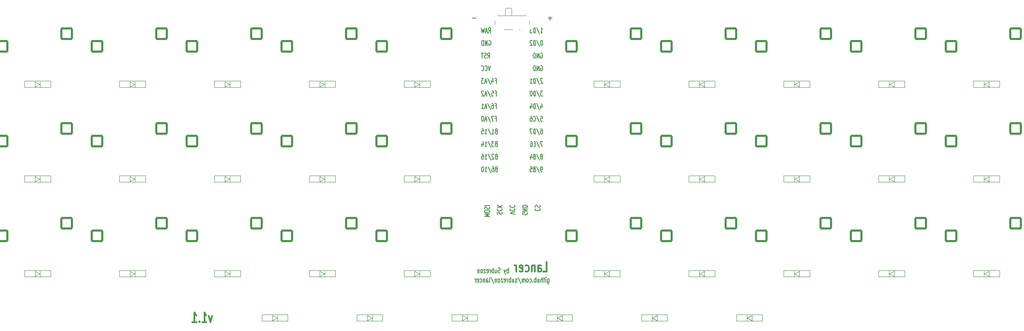
<source format=gbr>
%TF.GenerationSoftware,KiCad,Pcbnew,7.0.7*%
%TF.CreationDate,2023-08-21T18:25:40+02:00*%
%TF.ProjectId,lancer-hotswap,6c616e63-6572-42d6-986f-74737761702e,rev?*%
%TF.SameCoordinates,Original*%
%TF.FileFunction,Legend,Bot*%
%TF.FilePolarity,Positive*%
%FSLAX46Y46*%
G04 Gerber Fmt 4.6, Leading zero omitted, Abs format (unit mm)*
G04 Created by KiCad (PCBNEW 7.0.7) date 2023-08-21 18:25:40*
%MOMM*%
%LPD*%
G01*
G04 APERTURE LIST*
G04 Aperture macros list*
%AMRoundRect*
0 Rectangle with rounded corners*
0 $1 Rounding radius*
0 $2 $3 $4 $5 $6 $7 $8 $9 X,Y pos of 4 corners*
0 Add a 4 corners polygon primitive as box body*
4,1,4,$2,$3,$4,$5,$6,$7,$8,$9,$2,$3,0*
0 Add four circle primitives for the rounded corners*
1,1,$1+$1,$2,$3*
1,1,$1+$1,$4,$5*
1,1,$1+$1,$6,$7*
1,1,$1+$1,$8,$9*
0 Add four rect primitives between the rounded corners*
20,1,$1+$1,$2,$3,$4,$5,0*
20,1,$1+$1,$4,$5,$6,$7,0*
20,1,$1+$1,$6,$7,$8,$9,0*
20,1,$1+$1,$8,$9,$2,$3,0*%
G04 Aperture macros list end*
%ADD10C,0.150000*%
%ADD11C,0.300000*%
%ADD12C,0.100000*%
%ADD13C,0.120000*%
%ADD14C,1.701800*%
%ADD15C,3.000000*%
%ADD16C,3.987800*%
%ADD17RoundRect,0.200000X-1.075000X-1.050000X1.075000X-1.050000X1.075000X1.050000X-1.075000X1.050000X0*%
%ADD18C,4.000000*%
%ADD19RoundRect,0.200000X1.075000X1.050000X-1.075000X1.050000X-1.075000X-1.050000X1.075000X-1.050000X0*%
%ADD20C,1.524000*%
%ADD21C,2.200000*%
%ADD22C,2.000000*%
%ADD23R,1.400000X1.000000*%
%ADD24R,1.000000X0.800000*%
%ADD25C,0.900000*%
%ADD26R,0.700000X1.500000*%
G04 APERTURE END LIST*
D10*
X128767561Y-61388683D02*
X128815180Y-61455350D01*
X128815180Y-61455350D02*
X128815180Y-61555350D01*
X128815180Y-61555350D02*
X128767561Y-61655350D01*
X128767561Y-61655350D02*
X128672323Y-61722017D01*
X128672323Y-61722017D02*
X128577085Y-61755350D01*
X128577085Y-61755350D02*
X128386609Y-61788683D01*
X128386609Y-61788683D02*
X128243752Y-61788683D01*
X128243752Y-61788683D02*
X128053276Y-61755350D01*
X128053276Y-61755350D02*
X127958038Y-61722017D01*
X127958038Y-61722017D02*
X127862800Y-61655350D01*
X127862800Y-61655350D02*
X127815180Y-61555350D01*
X127815180Y-61555350D02*
X127815180Y-61488683D01*
X127815180Y-61488683D02*
X127862800Y-61388683D01*
X127862800Y-61388683D02*
X127910419Y-61355350D01*
X127910419Y-61355350D02*
X128243752Y-61355350D01*
X128243752Y-61355350D02*
X128243752Y-61488683D01*
X127815180Y-61055350D02*
X128815180Y-61055350D01*
X128815180Y-61055350D02*
X127815180Y-60655350D01*
X127815180Y-60655350D02*
X128815180Y-60655350D01*
X127815180Y-60322017D02*
X128815180Y-60322017D01*
X128815180Y-60322017D02*
X128815180Y-60155350D01*
X128815180Y-60155350D02*
X128767561Y-60055350D01*
X128767561Y-60055350D02*
X128672323Y-59988684D01*
X128672323Y-59988684D02*
X128577085Y-59955350D01*
X128577085Y-59955350D02*
X128386609Y-59922017D01*
X128386609Y-59922017D02*
X128243752Y-59922017D01*
X128243752Y-59922017D02*
X128053276Y-59955350D01*
X128053276Y-59955350D02*
X127958038Y-59988684D01*
X127958038Y-59988684D02*
X127862800Y-60055350D01*
X127862800Y-60055350D02*
X127815180Y-60155350D01*
X127815180Y-60155350D02*
X127815180Y-60322017D01*
X122782800Y-61722017D02*
X122735180Y-61622017D01*
X122735180Y-61622017D02*
X122735180Y-61455351D01*
X122735180Y-61455351D02*
X122782800Y-61388684D01*
X122782800Y-61388684D02*
X122830419Y-61355351D01*
X122830419Y-61355351D02*
X122925657Y-61322017D01*
X122925657Y-61322017D02*
X123020895Y-61322017D01*
X123020895Y-61322017D02*
X123116133Y-61355351D01*
X123116133Y-61355351D02*
X123163752Y-61388684D01*
X123163752Y-61388684D02*
X123211371Y-61455351D01*
X123211371Y-61455351D02*
X123258990Y-61588684D01*
X123258990Y-61588684D02*
X123306609Y-61655351D01*
X123306609Y-61655351D02*
X123354228Y-61688684D01*
X123354228Y-61688684D02*
X123449466Y-61722017D01*
X123449466Y-61722017D02*
X123544704Y-61722017D01*
X123544704Y-61722017D02*
X123639942Y-61688684D01*
X123639942Y-61688684D02*
X123687561Y-61655351D01*
X123687561Y-61655351D02*
X123735180Y-61588684D01*
X123735180Y-61588684D02*
X123735180Y-61422017D01*
X123735180Y-61422017D02*
X123687561Y-61322017D01*
X122830419Y-60622017D02*
X122782800Y-60655350D01*
X122782800Y-60655350D02*
X122735180Y-60755350D01*
X122735180Y-60755350D02*
X122735180Y-60822017D01*
X122735180Y-60822017D02*
X122782800Y-60922017D01*
X122782800Y-60922017D02*
X122878038Y-60988684D01*
X122878038Y-60988684D02*
X122973276Y-61022017D01*
X122973276Y-61022017D02*
X123163752Y-61055350D01*
X123163752Y-61055350D02*
X123306609Y-61055350D01*
X123306609Y-61055350D02*
X123497085Y-61022017D01*
X123497085Y-61022017D02*
X123592323Y-60988684D01*
X123592323Y-60988684D02*
X123687561Y-60922017D01*
X123687561Y-60922017D02*
X123735180Y-60822017D01*
X123735180Y-60822017D02*
X123735180Y-60755350D01*
X123735180Y-60755350D02*
X123687561Y-60655350D01*
X123687561Y-60655350D02*
X123639942Y-60622017D01*
X122735180Y-60322017D02*
X123735180Y-60322017D01*
X122735180Y-59922017D02*
X123306609Y-60222017D01*
X123735180Y-59922017D02*
X123163752Y-60322017D01*
X120195180Y-62155350D02*
X121195180Y-62155350D01*
X121195180Y-62155350D02*
X120480895Y-61922017D01*
X120480895Y-61922017D02*
X121195180Y-61688683D01*
X121195180Y-61688683D02*
X120195180Y-61688683D01*
X121195180Y-61222017D02*
X121195180Y-61088683D01*
X121195180Y-61088683D02*
X121147561Y-61022017D01*
X121147561Y-61022017D02*
X121052323Y-60955350D01*
X121052323Y-60955350D02*
X120861847Y-60922017D01*
X120861847Y-60922017D02*
X120528514Y-60922017D01*
X120528514Y-60922017D02*
X120338038Y-60955350D01*
X120338038Y-60955350D02*
X120242800Y-61022017D01*
X120242800Y-61022017D02*
X120195180Y-61088683D01*
X120195180Y-61088683D02*
X120195180Y-61222017D01*
X120195180Y-61222017D02*
X120242800Y-61288683D01*
X120242800Y-61288683D02*
X120338038Y-61355350D01*
X120338038Y-61355350D02*
X120528514Y-61388683D01*
X120528514Y-61388683D02*
X120861847Y-61388683D01*
X120861847Y-61388683D02*
X121052323Y-61355350D01*
X121052323Y-61355350D02*
X121147561Y-61288683D01*
X121147561Y-61288683D02*
X121195180Y-61222017D01*
X120242800Y-60655350D02*
X120195180Y-60555350D01*
X120195180Y-60555350D02*
X120195180Y-60388684D01*
X120195180Y-60388684D02*
X120242800Y-60322017D01*
X120242800Y-60322017D02*
X120290419Y-60288684D01*
X120290419Y-60288684D02*
X120385657Y-60255350D01*
X120385657Y-60255350D02*
X120480895Y-60255350D01*
X120480895Y-60255350D02*
X120576133Y-60288684D01*
X120576133Y-60288684D02*
X120623752Y-60322017D01*
X120623752Y-60322017D02*
X120671371Y-60388684D01*
X120671371Y-60388684D02*
X120718990Y-60522017D01*
X120718990Y-60522017D02*
X120766609Y-60588684D01*
X120766609Y-60588684D02*
X120814228Y-60622017D01*
X120814228Y-60622017D02*
X120909466Y-60655350D01*
X120909466Y-60655350D02*
X121004704Y-60655350D01*
X121004704Y-60655350D02*
X121099942Y-60622017D01*
X121099942Y-60622017D02*
X121147561Y-60588684D01*
X121147561Y-60588684D02*
X121195180Y-60522017D01*
X121195180Y-60522017D02*
X121195180Y-60355350D01*
X121195180Y-60355350D02*
X121147561Y-60255350D01*
X120195180Y-59955350D02*
X121195180Y-59955350D01*
X126275180Y-61722017D02*
X125275180Y-61488684D01*
X125275180Y-61488684D02*
X126275180Y-61255350D01*
X125370419Y-60622017D02*
X125322800Y-60655350D01*
X125322800Y-60655350D02*
X125275180Y-60755350D01*
X125275180Y-60755350D02*
X125275180Y-60822017D01*
X125275180Y-60822017D02*
X125322800Y-60922017D01*
X125322800Y-60922017D02*
X125418038Y-60988684D01*
X125418038Y-60988684D02*
X125513276Y-61022017D01*
X125513276Y-61022017D02*
X125703752Y-61055350D01*
X125703752Y-61055350D02*
X125846609Y-61055350D01*
X125846609Y-61055350D02*
X126037085Y-61022017D01*
X126037085Y-61022017D02*
X126132323Y-60988684D01*
X126132323Y-60988684D02*
X126227561Y-60922017D01*
X126227561Y-60922017D02*
X126275180Y-60822017D01*
X126275180Y-60822017D02*
X126275180Y-60755350D01*
X126275180Y-60755350D02*
X126227561Y-60655350D01*
X126227561Y-60655350D02*
X126179942Y-60622017D01*
X125370419Y-59922017D02*
X125322800Y-59955350D01*
X125322800Y-59955350D02*
X125275180Y-60055350D01*
X125275180Y-60055350D02*
X125275180Y-60122017D01*
X125275180Y-60122017D02*
X125322800Y-60222017D01*
X125322800Y-60222017D02*
X125418038Y-60288684D01*
X125418038Y-60288684D02*
X125513276Y-60322017D01*
X125513276Y-60322017D02*
X125703752Y-60355350D01*
X125703752Y-60355350D02*
X125846609Y-60355350D01*
X125846609Y-60355350D02*
X126037085Y-60322017D01*
X126037085Y-60322017D02*
X126132323Y-60288684D01*
X126132323Y-60288684D02*
X126227561Y-60222017D01*
X126227561Y-60222017D02*
X126275180Y-60122017D01*
X126275180Y-60122017D02*
X126275180Y-60055350D01*
X126275180Y-60055350D02*
X126227561Y-59955350D01*
X126227561Y-59955350D02*
X126179942Y-59922017D01*
X130450419Y-60588684D02*
X130402800Y-60622017D01*
X130402800Y-60622017D02*
X130355180Y-60722017D01*
X130355180Y-60722017D02*
X130355180Y-60788684D01*
X130355180Y-60788684D02*
X130402800Y-60888684D01*
X130402800Y-60888684D02*
X130498038Y-60955351D01*
X130498038Y-60955351D02*
X130593276Y-60988684D01*
X130593276Y-60988684D02*
X130783752Y-61022017D01*
X130783752Y-61022017D02*
X130926609Y-61022017D01*
X130926609Y-61022017D02*
X131117085Y-60988684D01*
X131117085Y-60988684D02*
X131212323Y-60955351D01*
X131212323Y-60955351D02*
X131307561Y-60888684D01*
X131307561Y-60888684D02*
X131355180Y-60788684D01*
X131355180Y-60788684D02*
X131355180Y-60722017D01*
X131355180Y-60722017D02*
X131307561Y-60622017D01*
X131307561Y-60622017D02*
X131259942Y-60588684D01*
X130402800Y-60322017D02*
X130355180Y-60222017D01*
X130355180Y-60222017D02*
X130355180Y-60055351D01*
X130355180Y-60055351D02*
X130402800Y-59988684D01*
X130402800Y-59988684D02*
X130450419Y-59955351D01*
X130450419Y-59955351D02*
X130545657Y-59922017D01*
X130545657Y-59922017D02*
X130640895Y-59922017D01*
X130640895Y-59922017D02*
X130736133Y-59955351D01*
X130736133Y-59955351D02*
X130783752Y-59988684D01*
X130783752Y-59988684D02*
X130831371Y-60055351D01*
X130831371Y-60055351D02*
X130878990Y-60188684D01*
X130878990Y-60188684D02*
X130926609Y-60255351D01*
X130926609Y-60255351D02*
X130974228Y-60288684D01*
X130974228Y-60288684D02*
X131069466Y-60322017D01*
X131069466Y-60322017D02*
X131164704Y-60322017D01*
X131164704Y-60322017D02*
X131259942Y-60288684D01*
X131259942Y-60288684D02*
X131307561Y-60255351D01*
X131307561Y-60255351D02*
X131355180Y-60188684D01*
X131355180Y-60188684D02*
X131355180Y-60022017D01*
X131355180Y-60022017D02*
X131307561Y-59922017D01*
X131781316Y-53159819D02*
X131647982Y-53159819D01*
X131647982Y-53159819D02*
X131581316Y-53112200D01*
X131581316Y-53112200D02*
X131547982Y-53064580D01*
X131547982Y-53064580D02*
X131481316Y-52921723D01*
X131481316Y-52921723D02*
X131447982Y-52731247D01*
X131447982Y-52731247D02*
X131447982Y-52350295D01*
X131447982Y-52350295D02*
X131481316Y-52255057D01*
X131481316Y-52255057D02*
X131514649Y-52207438D01*
X131514649Y-52207438D02*
X131581316Y-52159819D01*
X131581316Y-52159819D02*
X131714649Y-52159819D01*
X131714649Y-52159819D02*
X131781316Y-52207438D01*
X131781316Y-52207438D02*
X131814649Y-52255057D01*
X131814649Y-52255057D02*
X131847982Y-52350295D01*
X131847982Y-52350295D02*
X131847982Y-52588390D01*
X131847982Y-52588390D02*
X131814649Y-52683628D01*
X131814649Y-52683628D02*
X131781316Y-52731247D01*
X131781316Y-52731247D02*
X131714649Y-52778866D01*
X131714649Y-52778866D02*
X131581316Y-52778866D01*
X131581316Y-52778866D02*
X131514649Y-52731247D01*
X131514649Y-52731247D02*
X131481316Y-52683628D01*
X131481316Y-52683628D02*
X131447982Y-52588390D01*
X130647982Y-52112200D02*
X131247982Y-53397914D01*
X130181316Y-52636009D02*
X130081316Y-52683628D01*
X130081316Y-52683628D02*
X130047982Y-52731247D01*
X130047982Y-52731247D02*
X130014649Y-52826485D01*
X130014649Y-52826485D02*
X130014649Y-52969342D01*
X130014649Y-52969342D02*
X130047982Y-53064580D01*
X130047982Y-53064580D02*
X130081316Y-53112200D01*
X130081316Y-53112200D02*
X130147982Y-53159819D01*
X130147982Y-53159819D02*
X130414649Y-53159819D01*
X130414649Y-53159819D02*
X130414649Y-52159819D01*
X130414649Y-52159819D02*
X130181316Y-52159819D01*
X130181316Y-52159819D02*
X130114649Y-52207438D01*
X130114649Y-52207438D02*
X130081316Y-52255057D01*
X130081316Y-52255057D02*
X130047982Y-52350295D01*
X130047982Y-52350295D02*
X130047982Y-52445533D01*
X130047982Y-52445533D02*
X130081316Y-52540771D01*
X130081316Y-52540771D02*
X130114649Y-52588390D01*
X130114649Y-52588390D02*
X130181316Y-52636009D01*
X130181316Y-52636009D02*
X130414649Y-52636009D01*
X129381316Y-52159819D02*
X129714649Y-52159819D01*
X129714649Y-52159819D02*
X129747982Y-52636009D01*
X129747982Y-52636009D02*
X129714649Y-52588390D01*
X129714649Y-52588390D02*
X129647982Y-52540771D01*
X129647982Y-52540771D02*
X129481316Y-52540771D01*
X129481316Y-52540771D02*
X129414649Y-52588390D01*
X129414649Y-52588390D02*
X129381316Y-52636009D01*
X129381316Y-52636009D02*
X129347982Y-52731247D01*
X129347982Y-52731247D02*
X129347982Y-52969342D01*
X129347982Y-52969342D02*
X129381316Y-53064580D01*
X129381316Y-53064580D02*
X129414649Y-53112200D01*
X129414649Y-53112200D02*
X129481316Y-53159819D01*
X129481316Y-53159819D02*
X129647982Y-53159819D01*
X129647982Y-53159819D02*
X129714649Y-53112200D01*
X129714649Y-53112200D02*
X129747982Y-53064580D01*
X122345351Y-42476009D02*
X122578684Y-42476009D01*
X122578684Y-42999819D02*
X122578684Y-41999819D01*
X122578684Y-41999819D02*
X122245351Y-41999819D01*
X122045351Y-41999819D02*
X121578684Y-41999819D01*
X121578684Y-41999819D02*
X121878684Y-42999819D01*
X120812017Y-41952200D02*
X121412017Y-43237914D01*
X120612017Y-42714104D02*
X120278684Y-42714104D01*
X120678684Y-42999819D02*
X120445351Y-41999819D01*
X120445351Y-41999819D02*
X120212017Y-42999819D01*
X119845351Y-41999819D02*
X119778684Y-41999819D01*
X119778684Y-41999819D02*
X119712017Y-42047438D01*
X119712017Y-42047438D02*
X119678684Y-42095057D01*
X119678684Y-42095057D02*
X119645351Y-42190295D01*
X119645351Y-42190295D02*
X119612017Y-42380771D01*
X119612017Y-42380771D02*
X119612017Y-42618866D01*
X119612017Y-42618866D02*
X119645351Y-42809342D01*
X119645351Y-42809342D02*
X119678684Y-42904580D01*
X119678684Y-42904580D02*
X119712017Y-42952200D01*
X119712017Y-42952200D02*
X119778684Y-42999819D01*
X119778684Y-42999819D02*
X119845351Y-42999819D01*
X119845351Y-42999819D02*
X119912017Y-42952200D01*
X119912017Y-42952200D02*
X119945351Y-42904580D01*
X119945351Y-42904580D02*
X119978684Y-42809342D01*
X119978684Y-42809342D02*
X120012017Y-42618866D01*
X120012017Y-42618866D02*
X120012017Y-42380771D01*
X120012017Y-42380771D02*
X119978684Y-42190295D01*
X119978684Y-42190295D02*
X119945351Y-42095057D01*
X119945351Y-42095057D02*
X119912017Y-42047438D01*
X119912017Y-42047438D02*
X119845351Y-41999819D01*
X122512018Y-45016009D02*
X122412018Y-45063628D01*
X122412018Y-45063628D02*
X122378684Y-45111247D01*
X122378684Y-45111247D02*
X122345351Y-45206485D01*
X122345351Y-45206485D02*
X122345351Y-45349342D01*
X122345351Y-45349342D02*
X122378684Y-45444580D01*
X122378684Y-45444580D02*
X122412018Y-45492200D01*
X122412018Y-45492200D02*
X122478684Y-45539819D01*
X122478684Y-45539819D02*
X122745351Y-45539819D01*
X122745351Y-45539819D02*
X122745351Y-44539819D01*
X122745351Y-44539819D02*
X122512018Y-44539819D01*
X122512018Y-44539819D02*
X122445351Y-44587438D01*
X122445351Y-44587438D02*
X122412018Y-44635057D01*
X122412018Y-44635057D02*
X122378684Y-44730295D01*
X122378684Y-44730295D02*
X122378684Y-44825533D01*
X122378684Y-44825533D02*
X122412018Y-44920771D01*
X122412018Y-44920771D02*
X122445351Y-44968390D01*
X122445351Y-44968390D02*
X122512018Y-45016009D01*
X122512018Y-45016009D02*
X122745351Y-45016009D01*
X121678684Y-45539819D02*
X122078684Y-45539819D01*
X121878684Y-45539819D02*
X121878684Y-44539819D01*
X121878684Y-44539819D02*
X121945351Y-44682676D01*
X121945351Y-44682676D02*
X122012018Y-44777914D01*
X122012018Y-44777914D02*
X122078684Y-44825533D01*
X120878684Y-44492200D02*
X121478684Y-45777914D01*
X120278684Y-45539819D02*
X120678684Y-45539819D01*
X120478684Y-45539819D02*
X120478684Y-44539819D01*
X120478684Y-44539819D02*
X120545351Y-44682676D01*
X120545351Y-44682676D02*
X120612018Y-44777914D01*
X120612018Y-44777914D02*
X120678684Y-44825533D01*
X119645351Y-44539819D02*
X119978684Y-44539819D01*
X119978684Y-44539819D02*
X120012017Y-45016009D01*
X120012017Y-45016009D02*
X119978684Y-44968390D01*
X119978684Y-44968390D02*
X119912017Y-44920771D01*
X119912017Y-44920771D02*
X119745351Y-44920771D01*
X119745351Y-44920771D02*
X119678684Y-44968390D01*
X119678684Y-44968390D02*
X119645351Y-45016009D01*
X119645351Y-45016009D02*
X119612017Y-45111247D01*
X119612017Y-45111247D02*
X119612017Y-45349342D01*
X119612017Y-45349342D02*
X119645351Y-45444580D01*
X119645351Y-45444580D02*
X119678684Y-45492200D01*
X119678684Y-45492200D02*
X119745351Y-45539819D01*
X119745351Y-45539819D02*
X119912017Y-45539819D01*
X119912017Y-45539819D02*
X119978684Y-45492200D01*
X119978684Y-45492200D02*
X120012017Y-45444580D01*
X122512018Y-52636009D02*
X122412018Y-52683628D01*
X122412018Y-52683628D02*
X122378684Y-52731247D01*
X122378684Y-52731247D02*
X122345351Y-52826485D01*
X122345351Y-52826485D02*
X122345351Y-52969342D01*
X122345351Y-52969342D02*
X122378684Y-53064580D01*
X122378684Y-53064580D02*
X122412018Y-53112200D01*
X122412018Y-53112200D02*
X122478684Y-53159819D01*
X122478684Y-53159819D02*
X122745351Y-53159819D01*
X122745351Y-53159819D02*
X122745351Y-52159819D01*
X122745351Y-52159819D02*
X122512018Y-52159819D01*
X122512018Y-52159819D02*
X122445351Y-52207438D01*
X122445351Y-52207438D02*
X122412018Y-52255057D01*
X122412018Y-52255057D02*
X122378684Y-52350295D01*
X122378684Y-52350295D02*
X122378684Y-52445533D01*
X122378684Y-52445533D02*
X122412018Y-52540771D01*
X122412018Y-52540771D02*
X122445351Y-52588390D01*
X122445351Y-52588390D02*
X122512018Y-52636009D01*
X122512018Y-52636009D02*
X122745351Y-52636009D01*
X121745351Y-52159819D02*
X121878684Y-52159819D01*
X121878684Y-52159819D02*
X121945351Y-52207438D01*
X121945351Y-52207438D02*
X121978684Y-52255057D01*
X121978684Y-52255057D02*
X122045351Y-52397914D01*
X122045351Y-52397914D02*
X122078684Y-52588390D01*
X122078684Y-52588390D02*
X122078684Y-52969342D01*
X122078684Y-52969342D02*
X122045351Y-53064580D01*
X122045351Y-53064580D02*
X122012018Y-53112200D01*
X122012018Y-53112200D02*
X121945351Y-53159819D01*
X121945351Y-53159819D02*
X121812018Y-53159819D01*
X121812018Y-53159819D02*
X121745351Y-53112200D01*
X121745351Y-53112200D02*
X121712018Y-53064580D01*
X121712018Y-53064580D02*
X121678684Y-52969342D01*
X121678684Y-52969342D02*
X121678684Y-52731247D01*
X121678684Y-52731247D02*
X121712018Y-52636009D01*
X121712018Y-52636009D02*
X121745351Y-52588390D01*
X121745351Y-52588390D02*
X121812018Y-52540771D01*
X121812018Y-52540771D02*
X121945351Y-52540771D01*
X121945351Y-52540771D02*
X122012018Y-52588390D01*
X122012018Y-52588390D02*
X122045351Y-52636009D01*
X122045351Y-52636009D02*
X122078684Y-52731247D01*
X120878684Y-52112200D02*
X121478684Y-53397914D01*
X120278684Y-53159819D02*
X120678684Y-53159819D01*
X120478684Y-53159819D02*
X120478684Y-52159819D01*
X120478684Y-52159819D02*
X120545351Y-52302676D01*
X120545351Y-52302676D02*
X120612018Y-52397914D01*
X120612018Y-52397914D02*
X120678684Y-52445533D01*
X119845351Y-52159819D02*
X119778684Y-52159819D01*
X119778684Y-52159819D02*
X119712017Y-52207438D01*
X119712017Y-52207438D02*
X119678684Y-52255057D01*
X119678684Y-52255057D02*
X119645351Y-52350295D01*
X119645351Y-52350295D02*
X119612017Y-52540771D01*
X119612017Y-52540771D02*
X119612017Y-52778866D01*
X119612017Y-52778866D02*
X119645351Y-52969342D01*
X119645351Y-52969342D02*
X119678684Y-53064580D01*
X119678684Y-53064580D02*
X119712017Y-53112200D01*
X119712017Y-53112200D02*
X119778684Y-53159819D01*
X119778684Y-53159819D02*
X119845351Y-53159819D01*
X119845351Y-53159819D02*
X119912017Y-53112200D01*
X119912017Y-53112200D02*
X119945351Y-53064580D01*
X119945351Y-53064580D02*
X119978684Y-52969342D01*
X119978684Y-52969342D02*
X120012017Y-52778866D01*
X120012017Y-52778866D02*
X120012017Y-52540771D01*
X120012017Y-52540771D02*
X119978684Y-52350295D01*
X119978684Y-52350295D02*
X119945351Y-52255057D01*
X119945351Y-52255057D02*
X119912017Y-52207438D01*
X119912017Y-52207438D02*
X119845351Y-52159819D01*
X131447982Y-29347438D02*
X131514649Y-29299819D01*
X131514649Y-29299819D02*
X131614649Y-29299819D01*
X131614649Y-29299819D02*
X131714649Y-29347438D01*
X131714649Y-29347438D02*
X131781316Y-29442676D01*
X131781316Y-29442676D02*
X131814649Y-29537914D01*
X131814649Y-29537914D02*
X131847982Y-29728390D01*
X131847982Y-29728390D02*
X131847982Y-29871247D01*
X131847982Y-29871247D02*
X131814649Y-30061723D01*
X131814649Y-30061723D02*
X131781316Y-30156961D01*
X131781316Y-30156961D02*
X131714649Y-30252200D01*
X131714649Y-30252200D02*
X131614649Y-30299819D01*
X131614649Y-30299819D02*
X131547982Y-30299819D01*
X131547982Y-30299819D02*
X131447982Y-30252200D01*
X131447982Y-30252200D02*
X131414649Y-30204580D01*
X131414649Y-30204580D02*
X131414649Y-29871247D01*
X131414649Y-29871247D02*
X131547982Y-29871247D01*
X131114649Y-30299819D02*
X131114649Y-29299819D01*
X131114649Y-29299819D02*
X130714649Y-30299819D01*
X130714649Y-30299819D02*
X130714649Y-29299819D01*
X130381316Y-30299819D02*
X130381316Y-29299819D01*
X130381316Y-29299819D02*
X130214649Y-29299819D01*
X130214649Y-29299819D02*
X130114649Y-29347438D01*
X130114649Y-29347438D02*
X130047983Y-29442676D01*
X130047983Y-29442676D02*
X130014649Y-29537914D01*
X130014649Y-29537914D02*
X129981316Y-29728390D01*
X129981316Y-29728390D02*
X129981316Y-29871247D01*
X129981316Y-29871247D02*
X130014649Y-30061723D01*
X130014649Y-30061723D02*
X130047983Y-30156961D01*
X130047983Y-30156961D02*
X130114649Y-30252200D01*
X130114649Y-30252200D02*
X130214649Y-30299819D01*
X130214649Y-30299819D02*
X130381316Y-30299819D01*
X131681316Y-26759819D02*
X131614649Y-26759819D01*
X131614649Y-26759819D02*
X131547982Y-26807438D01*
X131547982Y-26807438D02*
X131514649Y-26855057D01*
X131514649Y-26855057D02*
X131481316Y-26950295D01*
X131481316Y-26950295D02*
X131447982Y-27140771D01*
X131447982Y-27140771D02*
X131447982Y-27378866D01*
X131447982Y-27378866D02*
X131481316Y-27569342D01*
X131481316Y-27569342D02*
X131514649Y-27664580D01*
X131514649Y-27664580D02*
X131547982Y-27712200D01*
X131547982Y-27712200D02*
X131614649Y-27759819D01*
X131614649Y-27759819D02*
X131681316Y-27759819D01*
X131681316Y-27759819D02*
X131747982Y-27712200D01*
X131747982Y-27712200D02*
X131781316Y-27664580D01*
X131781316Y-27664580D02*
X131814649Y-27569342D01*
X131814649Y-27569342D02*
X131847982Y-27378866D01*
X131847982Y-27378866D02*
X131847982Y-27140771D01*
X131847982Y-27140771D02*
X131814649Y-26950295D01*
X131814649Y-26950295D02*
X131781316Y-26855057D01*
X131781316Y-26855057D02*
X131747982Y-26807438D01*
X131747982Y-26807438D02*
X131681316Y-26759819D01*
X130647982Y-26712200D02*
X131247982Y-27997914D01*
X130414649Y-27759819D02*
X130414649Y-26759819D01*
X130414649Y-26759819D02*
X130247982Y-26759819D01*
X130247982Y-26759819D02*
X130147982Y-26807438D01*
X130147982Y-26807438D02*
X130081316Y-26902676D01*
X130081316Y-26902676D02*
X130047982Y-26997914D01*
X130047982Y-26997914D02*
X130014649Y-27188390D01*
X130014649Y-27188390D02*
X130014649Y-27331247D01*
X130014649Y-27331247D02*
X130047982Y-27521723D01*
X130047982Y-27521723D02*
X130081316Y-27616961D01*
X130081316Y-27616961D02*
X130147982Y-27712200D01*
X130147982Y-27712200D02*
X130247982Y-27759819D01*
X130247982Y-27759819D02*
X130414649Y-27759819D01*
X129747982Y-26855057D02*
X129714649Y-26807438D01*
X129714649Y-26807438D02*
X129647982Y-26759819D01*
X129647982Y-26759819D02*
X129481316Y-26759819D01*
X129481316Y-26759819D02*
X129414649Y-26807438D01*
X129414649Y-26807438D02*
X129381316Y-26855057D01*
X129381316Y-26855057D02*
X129347982Y-26950295D01*
X129347982Y-26950295D02*
X129347982Y-27045533D01*
X129347982Y-27045533D02*
X129381316Y-27188390D01*
X129381316Y-27188390D02*
X129781316Y-27759819D01*
X129781316Y-27759819D02*
X129347982Y-27759819D01*
X131514649Y-39793152D02*
X131514649Y-40459819D01*
X131681316Y-39412200D02*
X131847982Y-40126485D01*
X131847982Y-40126485D02*
X131414649Y-40126485D01*
X130647982Y-39412200D02*
X131247982Y-40697914D01*
X130414649Y-40459819D02*
X130414649Y-39459819D01*
X130414649Y-39459819D02*
X130247982Y-39459819D01*
X130247982Y-39459819D02*
X130147982Y-39507438D01*
X130147982Y-39507438D02*
X130081316Y-39602676D01*
X130081316Y-39602676D02*
X130047982Y-39697914D01*
X130047982Y-39697914D02*
X130014649Y-39888390D01*
X130014649Y-39888390D02*
X130014649Y-40031247D01*
X130014649Y-40031247D02*
X130047982Y-40221723D01*
X130047982Y-40221723D02*
X130081316Y-40316961D01*
X130081316Y-40316961D02*
X130147982Y-40412200D01*
X130147982Y-40412200D02*
X130247982Y-40459819D01*
X130247982Y-40459819D02*
X130414649Y-40459819D01*
X129414649Y-39793152D02*
X129414649Y-40459819D01*
X129581316Y-39412200D02*
X129747982Y-40126485D01*
X129747982Y-40126485D02*
X129314649Y-40126485D01*
X131447982Y-25219819D02*
X131847982Y-25219819D01*
X131647982Y-25219819D02*
X131647982Y-24219819D01*
X131647982Y-24219819D02*
X131714649Y-24362676D01*
X131714649Y-24362676D02*
X131781316Y-24457914D01*
X131781316Y-24457914D02*
X131847982Y-24505533D01*
X130647982Y-24172200D02*
X131247982Y-25457914D01*
X130414649Y-25219819D02*
X130414649Y-24219819D01*
X130414649Y-24219819D02*
X130247982Y-24219819D01*
X130247982Y-24219819D02*
X130147982Y-24267438D01*
X130147982Y-24267438D02*
X130081316Y-24362676D01*
X130081316Y-24362676D02*
X130047982Y-24457914D01*
X130047982Y-24457914D02*
X130014649Y-24648390D01*
X130014649Y-24648390D02*
X130014649Y-24791247D01*
X130014649Y-24791247D02*
X130047982Y-24981723D01*
X130047982Y-24981723D02*
X130081316Y-25076961D01*
X130081316Y-25076961D02*
X130147982Y-25172200D01*
X130147982Y-25172200D02*
X130247982Y-25219819D01*
X130247982Y-25219819D02*
X130414649Y-25219819D01*
X129781316Y-24219819D02*
X129347982Y-24219819D01*
X129347982Y-24219819D02*
X129581316Y-24600771D01*
X129581316Y-24600771D02*
X129481316Y-24600771D01*
X129481316Y-24600771D02*
X129414649Y-24648390D01*
X129414649Y-24648390D02*
X129381316Y-24696009D01*
X129381316Y-24696009D02*
X129347982Y-24791247D01*
X129347982Y-24791247D02*
X129347982Y-25029342D01*
X129347982Y-25029342D02*
X129381316Y-25124580D01*
X129381316Y-25124580D02*
X129414649Y-25172200D01*
X129414649Y-25172200D02*
X129481316Y-25219819D01*
X129481316Y-25219819D02*
X129681316Y-25219819D01*
X129681316Y-25219819D02*
X129747982Y-25172200D01*
X129747982Y-25172200D02*
X129781316Y-25124580D01*
X121412017Y-31839819D02*
X121178684Y-32839819D01*
X121178684Y-32839819D02*
X120945350Y-31839819D01*
X120312017Y-32744580D02*
X120345350Y-32792200D01*
X120345350Y-32792200D02*
X120445350Y-32839819D01*
X120445350Y-32839819D02*
X120512017Y-32839819D01*
X120512017Y-32839819D02*
X120612017Y-32792200D01*
X120612017Y-32792200D02*
X120678684Y-32696961D01*
X120678684Y-32696961D02*
X120712017Y-32601723D01*
X120712017Y-32601723D02*
X120745350Y-32411247D01*
X120745350Y-32411247D02*
X120745350Y-32268390D01*
X120745350Y-32268390D02*
X120712017Y-32077914D01*
X120712017Y-32077914D02*
X120678684Y-31982676D01*
X120678684Y-31982676D02*
X120612017Y-31887438D01*
X120612017Y-31887438D02*
X120512017Y-31839819D01*
X120512017Y-31839819D02*
X120445350Y-31839819D01*
X120445350Y-31839819D02*
X120345350Y-31887438D01*
X120345350Y-31887438D02*
X120312017Y-31935057D01*
X119612017Y-32744580D02*
X119645350Y-32792200D01*
X119645350Y-32792200D02*
X119745350Y-32839819D01*
X119745350Y-32839819D02*
X119812017Y-32839819D01*
X119812017Y-32839819D02*
X119912017Y-32792200D01*
X119912017Y-32792200D02*
X119978684Y-32696961D01*
X119978684Y-32696961D02*
X120012017Y-32601723D01*
X120012017Y-32601723D02*
X120045350Y-32411247D01*
X120045350Y-32411247D02*
X120045350Y-32268390D01*
X120045350Y-32268390D02*
X120012017Y-32077914D01*
X120012017Y-32077914D02*
X119978684Y-31982676D01*
X119978684Y-31982676D02*
X119912017Y-31887438D01*
X119912017Y-31887438D02*
X119812017Y-31839819D01*
X119812017Y-31839819D02*
X119745350Y-31839819D01*
X119745350Y-31839819D02*
X119645350Y-31887438D01*
X119645350Y-31887438D02*
X119612017Y-31935057D01*
X131714649Y-50048390D02*
X131781316Y-50000771D01*
X131781316Y-50000771D02*
X131814649Y-49953152D01*
X131814649Y-49953152D02*
X131847982Y-49857914D01*
X131847982Y-49857914D02*
X131847982Y-49810295D01*
X131847982Y-49810295D02*
X131814649Y-49715057D01*
X131814649Y-49715057D02*
X131781316Y-49667438D01*
X131781316Y-49667438D02*
X131714649Y-49619819D01*
X131714649Y-49619819D02*
X131581316Y-49619819D01*
X131581316Y-49619819D02*
X131514649Y-49667438D01*
X131514649Y-49667438D02*
X131481316Y-49715057D01*
X131481316Y-49715057D02*
X131447982Y-49810295D01*
X131447982Y-49810295D02*
X131447982Y-49857914D01*
X131447982Y-49857914D02*
X131481316Y-49953152D01*
X131481316Y-49953152D02*
X131514649Y-50000771D01*
X131514649Y-50000771D02*
X131581316Y-50048390D01*
X131581316Y-50048390D02*
X131714649Y-50048390D01*
X131714649Y-50048390D02*
X131781316Y-50096009D01*
X131781316Y-50096009D02*
X131814649Y-50143628D01*
X131814649Y-50143628D02*
X131847982Y-50238866D01*
X131847982Y-50238866D02*
X131847982Y-50429342D01*
X131847982Y-50429342D02*
X131814649Y-50524580D01*
X131814649Y-50524580D02*
X131781316Y-50572200D01*
X131781316Y-50572200D02*
X131714649Y-50619819D01*
X131714649Y-50619819D02*
X131581316Y-50619819D01*
X131581316Y-50619819D02*
X131514649Y-50572200D01*
X131514649Y-50572200D02*
X131481316Y-50524580D01*
X131481316Y-50524580D02*
X131447982Y-50429342D01*
X131447982Y-50429342D02*
X131447982Y-50238866D01*
X131447982Y-50238866D02*
X131481316Y-50143628D01*
X131481316Y-50143628D02*
X131514649Y-50096009D01*
X131514649Y-50096009D02*
X131581316Y-50048390D01*
X130647982Y-49572200D02*
X131247982Y-50857914D01*
X130181316Y-50096009D02*
X130081316Y-50143628D01*
X130081316Y-50143628D02*
X130047982Y-50191247D01*
X130047982Y-50191247D02*
X130014649Y-50286485D01*
X130014649Y-50286485D02*
X130014649Y-50429342D01*
X130014649Y-50429342D02*
X130047982Y-50524580D01*
X130047982Y-50524580D02*
X130081316Y-50572200D01*
X130081316Y-50572200D02*
X130147982Y-50619819D01*
X130147982Y-50619819D02*
X130414649Y-50619819D01*
X130414649Y-50619819D02*
X130414649Y-49619819D01*
X130414649Y-49619819D02*
X130181316Y-49619819D01*
X130181316Y-49619819D02*
X130114649Y-49667438D01*
X130114649Y-49667438D02*
X130081316Y-49715057D01*
X130081316Y-49715057D02*
X130047982Y-49810295D01*
X130047982Y-49810295D02*
X130047982Y-49905533D01*
X130047982Y-49905533D02*
X130081316Y-50000771D01*
X130081316Y-50000771D02*
X130114649Y-50048390D01*
X130114649Y-50048390D02*
X130181316Y-50096009D01*
X130181316Y-50096009D02*
X130414649Y-50096009D01*
X129414649Y-49953152D02*
X129414649Y-50619819D01*
X129581316Y-49572200D02*
X129747982Y-50286485D01*
X129747982Y-50286485D02*
X129314649Y-50286485D01*
X121078683Y-26807438D02*
X121145350Y-26759819D01*
X121145350Y-26759819D02*
X121245350Y-26759819D01*
X121245350Y-26759819D02*
X121345350Y-26807438D01*
X121345350Y-26807438D02*
X121412017Y-26902676D01*
X121412017Y-26902676D02*
X121445350Y-26997914D01*
X121445350Y-26997914D02*
X121478683Y-27188390D01*
X121478683Y-27188390D02*
X121478683Y-27331247D01*
X121478683Y-27331247D02*
X121445350Y-27521723D01*
X121445350Y-27521723D02*
X121412017Y-27616961D01*
X121412017Y-27616961D02*
X121345350Y-27712200D01*
X121345350Y-27712200D02*
X121245350Y-27759819D01*
X121245350Y-27759819D02*
X121178683Y-27759819D01*
X121178683Y-27759819D02*
X121078683Y-27712200D01*
X121078683Y-27712200D02*
X121045350Y-27664580D01*
X121045350Y-27664580D02*
X121045350Y-27331247D01*
X121045350Y-27331247D02*
X121178683Y-27331247D01*
X120745350Y-27759819D02*
X120745350Y-26759819D01*
X120745350Y-26759819D02*
X120345350Y-27759819D01*
X120345350Y-27759819D02*
X120345350Y-26759819D01*
X120012017Y-27759819D02*
X120012017Y-26759819D01*
X120012017Y-26759819D02*
X119845350Y-26759819D01*
X119845350Y-26759819D02*
X119745350Y-26807438D01*
X119745350Y-26807438D02*
X119678684Y-26902676D01*
X119678684Y-26902676D02*
X119645350Y-26997914D01*
X119645350Y-26997914D02*
X119612017Y-27188390D01*
X119612017Y-27188390D02*
X119612017Y-27331247D01*
X119612017Y-27331247D02*
X119645350Y-27521723D01*
X119645350Y-27521723D02*
X119678684Y-27616961D01*
X119678684Y-27616961D02*
X119745350Y-27712200D01*
X119745350Y-27712200D02*
X119845350Y-27759819D01*
X119845350Y-27759819D02*
X120012017Y-27759819D01*
X120812017Y-30299819D02*
X121045350Y-29823628D01*
X121212017Y-30299819D02*
X121212017Y-29299819D01*
X121212017Y-29299819D02*
X120945350Y-29299819D01*
X120945350Y-29299819D02*
X120878684Y-29347438D01*
X120878684Y-29347438D02*
X120845350Y-29395057D01*
X120845350Y-29395057D02*
X120812017Y-29490295D01*
X120812017Y-29490295D02*
X120812017Y-29633152D01*
X120812017Y-29633152D02*
X120845350Y-29728390D01*
X120845350Y-29728390D02*
X120878684Y-29776009D01*
X120878684Y-29776009D02*
X120945350Y-29823628D01*
X120945350Y-29823628D02*
X121212017Y-29823628D01*
X120545350Y-30252200D02*
X120445350Y-30299819D01*
X120445350Y-30299819D02*
X120278684Y-30299819D01*
X120278684Y-30299819D02*
X120212017Y-30252200D01*
X120212017Y-30252200D02*
X120178684Y-30204580D01*
X120178684Y-30204580D02*
X120145350Y-30109342D01*
X120145350Y-30109342D02*
X120145350Y-30014104D01*
X120145350Y-30014104D02*
X120178684Y-29918866D01*
X120178684Y-29918866D02*
X120212017Y-29871247D01*
X120212017Y-29871247D02*
X120278684Y-29823628D01*
X120278684Y-29823628D02*
X120412017Y-29776009D01*
X120412017Y-29776009D02*
X120478684Y-29728390D01*
X120478684Y-29728390D02*
X120512017Y-29680771D01*
X120512017Y-29680771D02*
X120545350Y-29585533D01*
X120545350Y-29585533D02*
X120545350Y-29490295D01*
X120545350Y-29490295D02*
X120512017Y-29395057D01*
X120512017Y-29395057D02*
X120478684Y-29347438D01*
X120478684Y-29347438D02*
X120412017Y-29299819D01*
X120412017Y-29299819D02*
X120245350Y-29299819D01*
X120245350Y-29299819D02*
X120145350Y-29347438D01*
X119945350Y-29299819D02*
X119545350Y-29299819D01*
X119745350Y-30299819D02*
X119745350Y-29299819D01*
X131481316Y-41999819D02*
X131814649Y-41999819D01*
X131814649Y-41999819D02*
X131847982Y-42476009D01*
X131847982Y-42476009D02*
X131814649Y-42428390D01*
X131814649Y-42428390D02*
X131747982Y-42380771D01*
X131747982Y-42380771D02*
X131581316Y-42380771D01*
X131581316Y-42380771D02*
X131514649Y-42428390D01*
X131514649Y-42428390D02*
X131481316Y-42476009D01*
X131481316Y-42476009D02*
X131447982Y-42571247D01*
X131447982Y-42571247D02*
X131447982Y-42809342D01*
X131447982Y-42809342D02*
X131481316Y-42904580D01*
X131481316Y-42904580D02*
X131514649Y-42952200D01*
X131514649Y-42952200D02*
X131581316Y-42999819D01*
X131581316Y-42999819D02*
X131747982Y-42999819D01*
X131747982Y-42999819D02*
X131814649Y-42952200D01*
X131814649Y-42952200D02*
X131847982Y-42904580D01*
X130647982Y-41952200D02*
X131247982Y-43237914D01*
X130014649Y-42904580D02*
X130047982Y-42952200D01*
X130047982Y-42952200D02*
X130147982Y-42999819D01*
X130147982Y-42999819D02*
X130214649Y-42999819D01*
X130214649Y-42999819D02*
X130314649Y-42952200D01*
X130314649Y-42952200D02*
X130381316Y-42856961D01*
X130381316Y-42856961D02*
X130414649Y-42761723D01*
X130414649Y-42761723D02*
X130447982Y-42571247D01*
X130447982Y-42571247D02*
X130447982Y-42428390D01*
X130447982Y-42428390D02*
X130414649Y-42237914D01*
X130414649Y-42237914D02*
X130381316Y-42142676D01*
X130381316Y-42142676D02*
X130314649Y-42047438D01*
X130314649Y-42047438D02*
X130214649Y-41999819D01*
X130214649Y-41999819D02*
X130147982Y-41999819D01*
X130147982Y-41999819D02*
X130047982Y-42047438D01*
X130047982Y-42047438D02*
X130014649Y-42095057D01*
X129414649Y-41999819D02*
X129547982Y-41999819D01*
X129547982Y-41999819D02*
X129614649Y-42047438D01*
X129614649Y-42047438D02*
X129647982Y-42095057D01*
X129647982Y-42095057D02*
X129714649Y-42237914D01*
X129714649Y-42237914D02*
X129747982Y-42428390D01*
X129747982Y-42428390D02*
X129747982Y-42809342D01*
X129747982Y-42809342D02*
X129714649Y-42904580D01*
X129714649Y-42904580D02*
X129681316Y-42952200D01*
X129681316Y-42952200D02*
X129614649Y-42999819D01*
X129614649Y-42999819D02*
X129481316Y-42999819D01*
X129481316Y-42999819D02*
X129414649Y-42952200D01*
X129414649Y-42952200D02*
X129381316Y-42904580D01*
X129381316Y-42904580D02*
X129347982Y-42809342D01*
X129347982Y-42809342D02*
X129347982Y-42571247D01*
X129347982Y-42571247D02*
X129381316Y-42476009D01*
X129381316Y-42476009D02*
X129414649Y-42428390D01*
X129414649Y-42428390D02*
X129481316Y-42380771D01*
X129481316Y-42380771D02*
X129614649Y-42380771D01*
X129614649Y-42380771D02*
X129681316Y-42428390D01*
X129681316Y-42428390D02*
X129714649Y-42476009D01*
X129714649Y-42476009D02*
X129747982Y-42571247D01*
X131447982Y-31887438D02*
X131514649Y-31839819D01*
X131514649Y-31839819D02*
X131614649Y-31839819D01*
X131614649Y-31839819D02*
X131714649Y-31887438D01*
X131714649Y-31887438D02*
X131781316Y-31982676D01*
X131781316Y-31982676D02*
X131814649Y-32077914D01*
X131814649Y-32077914D02*
X131847982Y-32268390D01*
X131847982Y-32268390D02*
X131847982Y-32411247D01*
X131847982Y-32411247D02*
X131814649Y-32601723D01*
X131814649Y-32601723D02*
X131781316Y-32696961D01*
X131781316Y-32696961D02*
X131714649Y-32792200D01*
X131714649Y-32792200D02*
X131614649Y-32839819D01*
X131614649Y-32839819D02*
X131547982Y-32839819D01*
X131547982Y-32839819D02*
X131447982Y-32792200D01*
X131447982Y-32792200D02*
X131414649Y-32744580D01*
X131414649Y-32744580D02*
X131414649Y-32411247D01*
X131414649Y-32411247D02*
X131547982Y-32411247D01*
X131114649Y-32839819D02*
X131114649Y-31839819D01*
X131114649Y-31839819D02*
X130714649Y-32839819D01*
X130714649Y-32839819D02*
X130714649Y-31839819D01*
X130381316Y-32839819D02*
X130381316Y-31839819D01*
X130381316Y-31839819D02*
X130214649Y-31839819D01*
X130214649Y-31839819D02*
X130114649Y-31887438D01*
X130114649Y-31887438D02*
X130047983Y-31982676D01*
X130047983Y-31982676D02*
X130014649Y-32077914D01*
X130014649Y-32077914D02*
X129981316Y-32268390D01*
X129981316Y-32268390D02*
X129981316Y-32411247D01*
X129981316Y-32411247D02*
X130014649Y-32601723D01*
X130014649Y-32601723D02*
X130047983Y-32696961D01*
X130047983Y-32696961D02*
X130114649Y-32792200D01*
X130114649Y-32792200D02*
X130214649Y-32839819D01*
X130214649Y-32839819D02*
X130381316Y-32839819D01*
X122512018Y-50096009D02*
X122412018Y-50143628D01*
X122412018Y-50143628D02*
X122378684Y-50191247D01*
X122378684Y-50191247D02*
X122345351Y-50286485D01*
X122345351Y-50286485D02*
X122345351Y-50429342D01*
X122345351Y-50429342D02*
X122378684Y-50524580D01*
X122378684Y-50524580D02*
X122412018Y-50572200D01*
X122412018Y-50572200D02*
X122478684Y-50619819D01*
X122478684Y-50619819D02*
X122745351Y-50619819D01*
X122745351Y-50619819D02*
X122745351Y-49619819D01*
X122745351Y-49619819D02*
X122512018Y-49619819D01*
X122512018Y-49619819D02*
X122445351Y-49667438D01*
X122445351Y-49667438D02*
X122412018Y-49715057D01*
X122412018Y-49715057D02*
X122378684Y-49810295D01*
X122378684Y-49810295D02*
X122378684Y-49905533D01*
X122378684Y-49905533D02*
X122412018Y-50000771D01*
X122412018Y-50000771D02*
X122445351Y-50048390D01*
X122445351Y-50048390D02*
X122512018Y-50096009D01*
X122512018Y-50096009D02*
X122745351Y-50096009D01*
X122078684Y-49715057D02*
X122045351Y-49667438D01*
X122045351Y-49667438D02*
X121978684Y-49619819D01*
X121978684Y-49619819D02*
X121812018Y-49619819D01*
X121812018Y-49619819D02*
X121745351Y-49667438D01*
X121745351Y-49667438D02*
X121712018Y-49715057D01*
X121712018Y-49715057D02*
X121678684Y-49810295D01*
X121678684Y-49810295D02*
X121678684Y-49905533D01*
X121678684Y-49905533D02*
X121712018Y-50048390D01*
X121712018Y-50048390D02*
X122112018Y-50619819D01*
X122112018Y-50619819D02*
X121678684Y-50619819D01*
X120878684Y-49572200D02*
X121478684Y-50857914D01*
X120278684Y-50619819D02*
X120678684Y-50619819D01*
X120478684Y-50619819D02*
X120478684Y-49619819D01*
X120478684Y-49619819D02*
X120545351Y-49762676D01*
X120545351Y-49762676D02*
X120612018Y-49857914D01*
X120612018Y-49857914D02*
X120678684Y-49905533D01*
X119678684Y-49619819D02*
X119812017Y-49619819D01*
X119812017Y-49619819D02*
X119878684Y-49667438D01*
X119878684Y-49667438D02*
X119912017Y-49715057D01*
X119912017Y-49715057D02*
X119978684Y-49857914D01*
X119978684Y-49857914D02*
X120012017Y-50048390D01*
X120012017Y-50048390D02*
X120012017Y-50429342D01*
X120012017Y-50429342D02*
X119978684Y-50524580D01*
X119978684Y-50524580D02*
X119945351Y-50572200D01*
X119945351Y-50572200D02*
X119878684Y-50619819D01*
X119878684Y-50619819D02*
X119745351Y-50619819D01*
X119745351Y-50619819D02*
X119678684Y-50572200D01*
X119678684Y-50572200D02*
X119645351Y-50524580D01*
X119645351Y-50524580D02*
X119612017Y-50429342D01*
X119612017Y-50429342D02*
X119612017Y-50191247D01*
X119612017Y-50191247D02*
X119645351Y-50096009D01*
X119645351Y-50096009D02*
X119678684Y-50048390D01*
X119678684Y-50048390D02*
X119745351Y-50000771D01*
X119745351Y-50000771D02*
X119878684Y-50000771D01*
X119878684Y-50000771D02*
X119945351Y-50048390D01*
X119945351Y-50048390D02*
X119978684Y-50096009D01*
X119978684Y-50096009D02*
X120012017Y-50191247D01*
X131847982Y-34475057D02*
X131814649Y-34427438D01*
X131814649Y-34427438D02*
X131747982Y-34379819D01*
X131747982Y-34379819D02*
X131581316Y-34379819D01*
X131581316Y-34379819D02*
X131514649Y-34427438D01*
X131514649Y-34427438D02*
X131481316Y-34475057D01*
X131481316Y-34475057D02*
X131447982Y-34570295D01*
X131447982Y-34570295D02*
X131447982Y-34665533D01*
X131447982Y-34665533D02*
X131481316Y-34808390D01*
X131481316Y-34808390D02*
X131881316Y-35379819D01*
X131881316Y-35379819D02*
X131447982Y-35379819D01*
X130647982Y-34332200D02*
X131247982Y-35617914D01*
X130414649Y-35379819D02*
X130414649Y-34379819D01*
X130414649Y-34379819D02*
X130247982Y-34379819D01*
X130247982Y-34379819D02*
X130147982Y-34427438D01*
X130147982Y-34427438D02*
X130081316Y-34522676D01*
X130081316Y-34522676D02*
X130047982Y-34617914D01*
X130047982Y-34617914D02*
X130014649Y-34808390D01*
X130014649Y-34808390D02*
X130014649Y-34951247D01*
X130014649Y-34951247D02*
X130047982Y-35141723D01*
X130047982Y-35141723D02*
X130081316Y-35236961D01*
X130081316Y-35236961D02*
X130147982Y-35332200D01*
X130147982Y-35332200D02*
X130247982Y-35379819D01*
X130247982Y-35379819D02*
X130414649Y-35379819D01*
X129347982Y-35379819D02*
X129747982Y-35379819D01*
X129547982Y-35379819D02*
X129547982Y-34379819D01*
X129547982Y-34379819D02*
X129614649Y-34522676D01*
X129614649Y-34522676D02*
X129681316Y-34617914D01*
X129681316Y-34617914D02*
X129747982Y-34665533D01*
X131514649Y-44539819D02*
X131647982Y-44539819D01*
X131647982Y-44539819D02*
X131714649Y-44587438D01*
X131714649Y-44587438D02*
X131747982Y-44635057D01*
X131747982Y-44635057D02*
X131814649Y-44777914D01*
X131814649Y-44777914D02*
X131847982Y-44968390D01*
X131847982Y-44968390D02*
X131847982Y-45349342D01*
X131847982Y-45349342D02*
X131814649Y-45444580D01*
X131814649Y-45444580D02*
X131781316Y-45492200D01*
X131781316Y-45492200D02*
X131714649Y-45539819D01*
X131714649Y-45539819D02*
X131581316Y-45539819D01*
X131581316Y-45539819D02*
X131514649Y-45492200D01*
X131514649Y-45492200D02*
X131481316Y-45444580D01*
X131481316Y-45444580D02*
X131447982Y-45349342D01*
X131447982Y-45349342D02*
X131447982Y-45111247D01*
X131447982Y-45111247D02*
X131481316Y-45016009D01*
X131481316Y-45016009D02*
X131514649Y-44968390D01*
X131514649Y-44968390D02*
X131581316Y-44920771D01*
X131581316Y-44920771D02*
X131714649Y-44920771D01*
X131714649Y-44920771D02*
X131781316Y-44968390D01*
X131781316Y-44968390D02*
X131814649Y-45016009D01*
X131814649Y-45016009D02*
X131847982Y-45111247D01*
X130647982Y-44492200D02*
X131247982Y-45777914D01*
X130414649Y-45539819D02*
X130414649Y-44539819D01*
X130414649Y-44539819D02*
X130247982Y-44539819D01*
X130247982Y-44539819D02*
X130147982Y-44587438D01*
X130147982Y-44587438D02*
X130081316Y-44682676D01*
X130081316Y-44682676D02*
X130047982Y-44777914D01*
X130047982Y-44777914D02*
X130014649Y-44968390D01*
X130014649Y-44968390D02*
X130014649Y-45111247D01*
X130014649Y-45111247D02*
X130047982Y-45301723D01*
X130047982Y-45301723D02*
X130081316Y-45396961D01*
X130081316Y-45396961D02*
X130147982Y-45492200D01*
X130147982Y-45492200D02*
X130247982Y-45539819D01*
X130247982Y-45539819D02*
X130414649Y-45539819D01*
X129781316Y-44539819D02*
X129314649Y-44539819D01*
X129314649Y-44539819D02*
X129614649Y-45539819D01*
X122345351Y-39936009D02*
X122578684Y-39936009D01*
X122578684Y-40459819D02*
X122578684Y-39459819D01*
X122578684Y-39459819D02*
X122245351Y-39459819D01*
X121678684Y-39459819D02*
X121812017Y-39459819D01*
X121812017Y-39459819D02*
X121878684Y-39507438D01*
X121878684Y-39507438D02*
X121912017Y-39555057D01*
X121912017Y-39555057D02*
X121978684Y-39697914D01*
X121978684Y-39697914D02*
X122012017Y-39888390D01*
X122012017Y-39888390D02*
X122012017Y-40269342D01*
X122012017Y-40269342D02*
X121978684Y-40364580D01*
X121978684Y-40364580D02*
X121945351Y-40412200D01*
X121945351Y-40412200D02*
X121878684Y-40459819D01*
X121878684Y-40459819D02*
X121745351Y-40459819D01*
X121745351Y-40459819D02*
X121678684Y-40412200D01*
X121678684Y-40412200D02*
X121645351Y-40364580D01*
X121645351Y-40364580D02*
X121612017Y-40269342D01*
X121612017Y-40269342D02*
X121612017Y-40031247D01*
X121612017Y-40031247D02*
X121645351Y-39936009D01*
X121645351Y-39936009D02*
X121678684Y-39888390D01*
X121678684Y-39888390D02*
X121745351Y-39840771D01*
X121745351Y-39840771D02*
X121878684Y-39840771D01*
X121878684Y-39840771D02*
X121945351Y-39888390D01*
X121945351Y-39888390D02*
X121978684Y-39936009D01*
X121978684Y-39936009D02*
X122012017Y-40031247D01*
X120812017Y-39412200D02*
X121412017Y-40697914D01*
X120612017Y-40174104D02*
X120278684Y-40174104D01*
X120678684Y-40459819D02*
X120445351Y-39459819D01*
X120445351Y-39459819D02*
X120212017Y-40459819D01*
X119612017Y-40459819D02*
X120012017Y-40459819D01*
X119812017Y-40459819D02*
X119812017Y-39459819D01*
X119812017Y-39459819D02*
X119878684Y-39602676D01*
X119878684Y-39602676D02*
X119945351Y-39697914D01*
X119945351Y-39697914D02*
X120012017Y-39745533D01*
X131881316Y-36919819D02*
X131447982Y-36919819D01*
X131447982Y-36919819D02*
X131681316Y-37300771D01*
X131681316Y-37300771D02*
X131581316Y-37300771D01*
X131581316Y-37300771D02*
X131514649Y-37348390D01*
X131514649Y-37348390D02*
X131481316Y-37396009D01*
X131481316Y-37396009D02*
X131447982Y-37491247D01*
X131447982Y-37491247D02*
X131447982Y-37729342D01*
X131447982Y-37729342D02*
X131481316Y-37824580D01*
X131481316Y-37824580D02*
X131514649Y-37872200D01*
X131514649Y-37872200D02*
X131581316Y-37919819D01*
X131581316Y-37919819D02*
X131781316Y-37919819D01*
X131781316Y-37919819D02*
X131847982Y-37872200D01*
X131847982Y-37872200D02*
X131881316Y-37824580D01*
X130647982Y-36872200D02*
X131247982Y-38157914D01*
X130414649Y-37919819D02*
X130414649Y-36919819D01*
X130414649Y-36919819D02*
X130247982Y-36919819D01*
X130247982Y-36919819D02*
X130147982Y-36967438D01*
X130147982Y-36967438D02*
X130081316Y-37062676D01*
X130081316Y-37062676D02*
X130047982Y-37157914D01*
X130047982Y-37157914D02*
X130014649Y-37348390D01*
X130014649Y-37348390D02*
X130014649Y-37491247D01*
X130014649Y-37491247D02*
X130047982Y-37681723D01*
X130047982Y-37681723D02*
X130081316Y-37776961D01*
X130081316Y-37776961D02*
X130147982Y-37872200D01*
X130147982Y-37872200D02*
X130247982Y-37919819D01*
X130247982Y-37919819D02*
X130414649Y-37919819D01*
X129581316Y-36919819D02*
X129514649Y-36919819D01*
X129514649Y-36919819D02*
X129447982Y-36967438D01*
X129447982Y-36967438D02*
X129414649Y-37015057D01*
X129414649Y-37015057D02*
X129381316Y-37110295D01*
X129381316Y-37110295D02*
X129347982Y-37300771D01*
X129347982Y-37300771D02*
X129347982Y-37538866D01*
X129347982Y-37538866D02*
X129381316Y-37729342D01*
X129381316Y-37729342D02*
X129414649Y-37824580D01*
X129414649Y-37824580D02*
X129447982Y-37872200D01*
X129447982Y-37872200D02*
X129514649Y-37919819D01*
X129514649Y-37919819D02*
X129581316Y-37919819D01*
X129581316Y-37919819D02*
X129647982Y-37872200D01*
X129647982Y-37872200D02*
X129681316Y-37824580D01*
X129681316Y-37824580D02*
X129714649Y-37729342D01*
X129714649Y-37729342D02*
X129747982Y-37538866D01*
X129747982Y-37538866D02*
X129747982Y-37300771D01*
X129747982Y-37300771D02*
X129714649Y-37110295D01*
X129714649Y-37110295D02*
X129681316Y-37015057D01*
X129681316Y-37015057D02*
X129647982Y-36967438D01*
X129647982Y-36967438D02*
X129581316Y-36919819D01*
X122345351Y-34856009D02*
X122578684Y-34856009D01*
X122578684Y-35379819D02*
X122578684Y-34379819D01*
X122578684Y-34379819D02*
X122245351Y-34379819D01*
X121678684Y-34713152D02*
X121678684Y-35379819D01*
X121845351Y-34332200D02*
X122012017Y-35046485D01*
X122012017Y-35046485D02*
X121578684Y-35046485D01*
X120812017Y-34332200D02*
X121412017Y-35617914D01*
X120612017Y-35094104D02*
X120278684Y-35094104D01*
X120678684Y-35379819D02*
X120445351Y-34379819D01*
X120445351Y-34379819D02*
X120212017Y-35379819D01*
X120045351Y-34379819D02*
X119612017Y-34379819D01*
X119612017Y-34379819D02*
X119845351Y-34760771D01*
X119845351Y-34760771D02*
X119745351Y-34760771D01*
X119745351Y-34760771D02*
X119678684Y-34808390D01*
X119678684Y-34808390D02*
X119645351Y-34856009D01*
X119645351Y-34856009D02*
X119612017Y-34951247D01*
X119612017Y-34951247D02*
X119612017Y-35189342D01*
X119612017Y-35189342D02*
X119645351Y-35284580D01*
X119645351Y-35284580D02*
X119678684Y-35332200D01*
X119678684Y-35332200D02*
X119745351Y-35379819D01*
X119745351Y-35379819D02*
X119945351Y-35379819D01*
X119945351Y-35379819D02*
X120012017Y-35332200D01*
X120012017Y-35332200D02*
X120045351Y-35284580D01*
X121012017Y-25219819D02*
X121245350Y-24743628D01*
X121412017Y-25219819D02*
X121412017Y-24219819D01*
X121412017Y-24219819D02*
X121145350Y-24219819D01*
X121145350Y-24219819D02*
X121078684Y-24267438D01*
X121078684Y-24267438D02*
X121045350Y-24315057D01*
X121045350Y-24315057D02*
X121012017Y-24410295D01*
X121012017Y-24410295D02*
X121012017Y-24553152D01*
X121012017Y-24553152D02*
X121045350Y-24648390D01*
X121045350Y-24648390D02*
X121078684Y-24696009D01*
X121078684Y-24696009D02*
X121145350Y-24743628D01*
X121145350Y-24743628D02*
X121412017Y-24743628D01*
X120745350Y-24934104D02*
X120412017Y-24934104D01*
X120812017Y-25219819D02*
X120578684Y-24219819D01*
X120578684Y-24219819D02*
X120345350Y-25219819D01*
X120178684Y-24219819D02*
X120012017Y-25219819D01*
X120012017Y-25219819D02*
X119878684Y-24505533D01*
X119878684Y-24505533D02*
X119745350Y-25219819D01*
X119745350Y-25219819D02*
X119578684Y-24219819D01*
X122512018Y-47556009D02*
X122412018Y-47603628D01*
X122412018Y-47603628D02*
X122378684Y-47651247D01*
X122378684Y-47651247D02*
X122345351Y-47746485D01*
X122345351Y-47746485D02*
X122345351Y-47889342D01*
X122345351Y-47889342D02*
X122378684Y-47984580D01*
X122378684Y-47984580D02*
X122412018Y-48032200D01*
X122412018Y-48032200D02*
X122478684Y-48079819D01*
X122478684Y-48079819D02*
X122745351Y-48079819D01*
X122745351Y-48079819D02*
X122745351Y-47079819D01*
X122745351Y-47079819D02*
X122512018Y-47079819D01*
X122512018Y-47079819D02*
X122445351Y-47127438D01*
X122445351Y-47127438D02*
X122412018Y-47175057D01*
X122412018Y-47175057D02*
X122378684Y-47270295D01*
X122378684Y-47270295D02*
X122378684Y-47365533D01*
X122378684Y-47365533D02*
X122412018Y-47460771D01*
X122412018Y-47460771D02*
X122445351Y-47508390D01*
X122445351Y-47508390D02*
X122512018Y-47556009D01*
X122512018Y-47556009D02*
X122745351Y-47556009D01*
X122112018Y-47079819D02*
X121678684Y-47079819D01*
X121678684Y-47079819D02*
X121912018Y-47460771D01*
X121912018Y-47460771D02*
X121812018Y-47460771D01*
X121812018Y-47460771D02*
X121745351Y-47508390D01*
X121745351Y-47508390D02*
X121712018Y-47556009D01*
X121712018Y-47556009D02*
X121678684Y-47651247D01*
X121678684Y-47651247D02*
X121678684Y-47889342D01*
X121678684Y-47889342D02*
X121712018Y-47984580D01*
X121712018Y-47984580D02*
X121745351Y-48032200D01*
X121745351Y-48032200D02*
X121812018Y-48079819D01*
X121812018Y-48079819D02*
X122012018Y-48079819D01*
X122012018Y-48079819D02*
X122078684Y-48032200D01*
X122078684Y-48032200D02*
X122112018Y-47984580D01*
X120878684Y-47032200D02*
X121478684Y-48317914D01*
X120278684Y-48079819D02*
X120678684Y-48079819D01*
X120478684Y-48079819D02*
X120478684Y-47079819D01*
X120478684Y-47079819D02*
X120545351Y-47222676D01*
X120545351Y-47222676D02*
X120612018Y-47317914D01*
X120612018Y-47317914D02*
X120678684Y-47365533D01*
X119678684Y-47413152D02*
X119678684Y-48079819D01*
X119845351Y-47032200D02*
X120012017Y-47746485D01*
X120012017Y-47746485D02*
X119578684Y-47746485D01*
X122345351Y-37396009D02*
X122578684Y-37396009D01*
X122578684Y-37919819D02*
X122578684Y-36919819D01*
X122578684Y-36919819D02*
X122245351Y-36919819D01*
X121645351Y-36919819D02*
X121978684Y-36919819D01*
X121978684Y-36919819D02*
X122012017Y-37396009D01*
X122012017Y-37396009D02*
X121978684Y-37348390D01*
X121978684Y-37348390D02*
X121912017Y-37300771D01*
X121912017Y-37300771D02*
X121745351Y-37300771D01*
X121745351Y-37300771D02*
X121678684Y-37348390D01*
X121678684Y-37348390D02*
X121645351Y-37396009D01*
X121645351Y-37396009D02*
X121612017Y-37491247D01*
X121612017Y-37491247D02*
X121612017Y-37729342D01*
X121612017Y-37729342D02*
X121645351Y-37824580D01*
X121645351Y-37824580D02*
X121678684Y-37872200D01*
X121678684Y-37872200D02*
X121745351Y-37919819D01*
X121745351Y-37919819D02*
X121912017Y-37919819D01*
X121912017Y-37919819D02*
X121978684Y-37872200D01*
X121978684Y-37872200D02*
X122012017Y-37824580D01*
X120812017Y-36872200D02*
X121412017Y-38157914D01*
X120612017Y-37634104D02*
X120278684Y-37634104D01*
X120678684Y-37919819D02*
X120445351Y-36919819D01*
X120445351Y-36919819D02*
X120212017Y-37919819D01*
X120012017Y-37015057D02*
X119978684Y-36967438D01*
X119978684Y-36967438D02*
X119912017Y-36919819D01*
X119912017Y-36919819D02*
X119745351Y-36919819D01*
X119745351Y-36919819D02*
X119678684Y-36967438D01*
X119678684Y-36967438D02*
X119645351Y-37015057D01*
X119645351Y-37015057D02*
X119612017Y-37110295D01*
X119612017Y-37110295D02*
X119612017Y-37205533D01*
X119612017Y-37205533D02*
X119645351Y-37348390D01*
X119645351Y-37348390D02*
X120045351Y-37919819D01*
X120045351Y-37919819D02*
X119612017Y-37919819D01*
X131881316Y-47079819D02*
X131414649Y-47079819D01*
X131414649Y-47079819D02*
X131714649Y-48079819D01*
X130647982Y-47032200D02*
X131247982Y-48317914D01*
X130414649Y-47556009D02*
X130181316Y-47556009D01*
X130081316Y-48079819D02*
X130414649Y-48079819D01*
X130414649Y-48079819D02*
X130414649Y-47079819D01*
X130414649Y-47079819D02*
X130081316Y-47079819D01*
X129481316Y-47079819D02*
X129614649Y-47079819D01*
X129614649Y-47079819D02*
X129681316Y-47127438D01*
X129681316Y-47127438D02*
X129714649Y-47175057D01*
X129714649Y-47175057D02*
X129781316Y-47317914D01*
X129781316Y-47317914D02*
X129814649Y-47508390D01*
X129814649Y-47508390D02*
X129814649Y-47889342D01*
X129814649Y-47889342D02*
X129781316Y-47984580D01*
X129781316Y-47984580D02*
X129747983Y-48032200D01*
X129747983Y-48032200D02*
X129681316Y-48079819D01*
X129681316Y-48079819D02*
X129547983Y-48079819D01*
X129547983Y-48079819D02*
X129481316Y-48032200D01*
X129481316Y-48032200D02*
X129447983Y-47984580D01*
X129447983Y-47984580D02*
X129414649Y-47889342D01*
X129414649Y-47889342D02*
X129414649Y-47651247D01*
X129414649Y-47651247D02*
X129447983Y-47556009D01*
X129447983Y-47556009D02*
X129481316Y-47508390D01*
X129481316Y-47508390D02*
X129547983Y-47460771D01*
X129547983Y-47460771D02*
X129681316Y-47460771D01*
X129681316Y-47460771D02*
X129747983Y-47508390D01*
X129747983Y-47508390D02*
X129781316Y-47556009D01*
X129781316Y-47556009D02*
X129814649Y-47651247D01*
D11*
X65500000Y-82126304D02*
X65166666Y-83459638D01*
X65166666Y-83459638D02*
X64833333Y-82126304D01*
X63566666Y-83459638D02*
X64366666Y-83459638D01*
X63966666Y-83459638D02*
X63966666Y-81459638D01*
X63966666Y-81459638D02*
X64099999Y-81745352D01*
X64099999Y-81745352D02*
X64233333Y-81935828D01*
X64233333Y-81935828D02*
X64366666Y-82031066D01*
X62966666Y-83269161D02*
X62900000Y-83364400D01*
X62900000Y-83364400D02*
X62966666Y-83459638D01*
X62966666Y-83459638D02*
X63033333Y-83364400D01*
X63033333Y-83364400D02*
X62966666Y-83269161D01*
X62966666Y-83269161D02*
X62966666Y-83459638D01*
X61566666Y-83459638D02*
X62366666Y-83459638D01*
X61966666Y-83459638D02*
X61966666Y-81459638D01*
X61966666Y-81459638D02*
X62099999Y-81745352D01*
X62099999Y-81745352D02*
X62233333Y-81935828D01*
X62233333Y-81935828D02*
X62366666Y-82031066D01*
D10*
X125003332Y-73479819D02*
X125003332Y-72479819D01*
X125003332Y-72860771D02*
X124936665Y-72813152D01*
X124936665Y-72813152D02*
X124803332Y-72813152D01*
X124803332Y-72813152D02*
X124736665Y-72860771D01*
X124736665Y-72860771D02*
X124703332Y-72908390D01*
X124703332Y-72908390D02*
X124669999Y-73003628D01*
X124669999Y-73003628D02*
X124669999Y-73289342D01*
X124669999Y-73289342D02*
X124703332Y-73384580D01*
X124703332Y-73384580D02*
X124736665Y-73432200D01*
X124736665Y-73432200D02*
X124803332Y-73479819D01*
X124803332Y-73479819D02*
X124936665Y-73479819D01*
X124936665Y-73479819D02*
X125003332Y-73432200D01*
X124436666Y-72813152D02*
X124269999Y-73479819D01*
X124103332Y-72813152D02*
X124269999Y-73479819D01*
X124269999Y-73479819D02*
X124336666Y-73717914D01*
X124336666Y-73717914D02*
X124369999Y-73765533D01*
X124369999Y-73765533D02*
X124436666Y-73813152D01*
X123336666Y-73432200D02*
X123236666Y-73479819D01*
X123236666Y-73479819D02*
X123070000Y-73479819D01*
X123070000Y-73479819D02*
X123003333Y-73432200D01*
X123003333Y-73432200D02*
X122970000Y-73384580D01*
X122970000Y-73384580D02*
X122936666Y-73289342D01*
X122936666Y-73289342D02*
X122936666Y-73194104D01*
X122936666Y-73194104D02*
X122970000Y-73098866D01*
X122970000Y-73098866D02*
X123003333Y-73051247D01*
X123003333Y-73051247D02*
X123070000Y-73003628D01*
X123070000Y-73003628D02*
X123203333Y-72956009D01*
X123203333Y-72956009D02*
X123270000Y-72908390D01*
X123270000Y-72908390D02*
X123303333Y-72860771D01*
X123303333Y-72860771D02*
X123336666Y-72765533D01*
X123336666Y-72765533D02*
X123336666Y-72670295D01*
X123336666Y-72670295D02*
X123303333Y-72575057D01*
X123303333Y-72575057D02*
X123270000Y-72527438D01*
X123270000Y-72527438D02*
X123203333Y-72479819D01*
X123203333Y-72479819D02*
X123036666Y-72479819D01*
X123036666Y-72479819D02*
X122936666Y-72527438D01*
X122336666Y-72813152D02*
X122336666Y-73479819D01*
X122636666Y-72813152D02*
X122636666Y-73336961D01*
X122636666Y-73336961D02*
X122603333Y-73432200D01*
X122603333Y-73432200D02*
X122536666Y-73479819D01*
X122536666Y-73479819D02*
X122436666Y-73479819D01*
X122436666Y-73479819D02*
X122369999Y-73432200D01*
X122369999Y-73432200D02*
X122336666Y-73384580D01*
X122003333Y-73479819D02*
X122003333Y-72479819D01*
X122003333Y-72860771D02*
X121936666Y-72813152D01*
X121936666Y-72813152D02*
X121803333Y-72813152D01*
X121803333Y-72813152D02*
X121736666Y-72860771D01*
X121736666Y-72860771D02*
X121703333Y-72908390D01*
X121703333Y-72908390D02*
X121670000Y-73003628D01*
X121670000Y-73003628D02*
X121670000Y-73289342D01*
X121670000Y-73289342D02*
X121703333Y-73384580D01*
X121703333Y-73384580D02*
X121736666Y-73432200D01*
X121736666Y-73432200D02*
X121803333Y-73479819D01*
X121803333Y-73479819D02*
X121936666Y-73479819D01*
X121936666Y-73479819D02*
X122003333Y-73432200D01*
X121370000Y-73479819D02*
X121370000Y-72813152D01*
X121370000Y-73003628D02*
X121336667Y-72908390D01*
X121336667Y-72908390D02*
X121303333Y-72860771D01*
X121303333Y-72860771D02*
X121236667Y-72813152D01*
X121236667Y-72813152D02*
X121170000Y-72813152D01*
X120670000Y-73432200D02*
X120736667Y-73479819D01*
X120736667Y-73479819D02*
X120870000Y-73479819D01*
X120870000Y-73479819D02*
X120936667Y-73432200D01*
X120936667Y-73432200D02*
X120970000Y-73336961D01*
X120970000Y-73336961D02*
X120970000Y-72956009D01*
X120970000Y-72956009D02*
X120936667Y-72860771D01*
X120936667Y-72860771D02*
X120870000Y-72813152D01*
X120870000Y-72813152D02*
X120736667Y-72813152D01*
X120736667Y-72813152D02*
X120670000Y-72860771D01*
X120670000Y-72860771D02*
X120636667Y-72956009D01*
X120636667Y-72956009D02*
X120636667Y-73051247D01*
X120636667Y-73051247D02*
X120970000Y-73146485D01*
X120403334Y-72813152D02*
X120036667Y-72813152D01*
X120036667Y-72813152D02*
X120403334Y-73479819D01*
X120403334Y-73479819D02*
X120036667Y-73479819D01*
X119670000Y-73479819D02*
X119736667Y-73432200D01*
X119736667Y-73432200D02*
X119770000Y-73384580D01*
X119770000Y-73384580D02*
X119803333Y-73289342D01*
X119803333Y-73289342D02*
X119803333Y-73003628D01*
X119803333Y-73003628D02*
X119770000Y-72908390D01*
X119770000Y-72908390D02*
X119736667Y-72860771D01*
X119736667Y-72860771D02*
X119670000Y-72813152D01*
X119670000Y-72813152D02*
X119570000Y-72813152D01*
X119570000Y-72813152D02*
X119503333Y-72860771D01*
X119503333Y-72860771D02*
X119470000Y-72908390D01*
X119470000Y-72908390D02*
X119436667Y-73003628D01*
X119436667Y-73003628D02*
X119436667Y-73289342D01*
X119436667Y-73289342D02*
X119470000Y-73384580D01*
X119470000Y-73384580D02*
X119503333Y-73432200D01*
X119503333Y-73432200D02*
X119570000Y-73479819D01*
X119570000Y-73479819D02*
X119670000Y-73479819D01*
X119136667Y-72813152D02*
X119136667Y-73479819D01*
X119136667Y-72908390D02*
X119103334Y-72860771D01*
X119103334Y-72860771D02*
X119036667Y-72813152D01*
X119036667Y-72813152D02*
X118936667Y-72813152D01*
X118936667Y-72813152D02*
X118870000Y-72860771D01*
X118870000Y-72860771D02*
X118836667Y-72956009D01*
X118836667Y-72956009D02*
X118836667Y-73479819D01*
D11*
X132006667Y-73299638D02*
X132673333Y-73299638D01*
X132673333Y-73299638D02*
X132673333Y-71299638D01*
X130940000Y-73299638D02*
X130940000Y-72252019D01*
X130940000Y-72252019D02*
X131006667Y-72061542D01*
X131006667Y-72061542D02*
X131140000Y-71966304D01*
X131140000Y-71966304D02*
X131406667Y-71966304D01*
X131406667Y-71966304D02*
X131540000Y-72061542D01*
X130940000Y-73204400D02*
X131073334Y-73299638D01*
X131073334Y-73299638D02*
X131406667Y-73299638D01*
X131406667Y-73299638D02*
X131540000Y-73204400D01*
X131540000Y-73204400D02*
X131606667Y-73013923D01*
X131606667Y-73013923D02*
X131606667Y-72823447D01*
X131606667Y-72823447D02*
X131540000Y-72632971D01*
X131540000Y-72632971D02*
X131406667Y-72537733D01*
X131406667Y-72537733D02*
X131073334Y-72537733D01*
X131073334Y-72537733D02*
X130940000Y-72442495D01*
X130273333Y-71966304D02*
X130273333Y-73299638D01*
X130273333Y-72156780D02*
X130206667Y-72061542D01*
X130206667Y-72061542D02*
X130073333Y-71966304D01*
X130073333Y-71966304D02*
X129873333Y-71966304D01*
X129873333Y-71966304D02*
X129740000Y-72061542D01*
X129740000Y-72061542D02*
X129673333Y-72252019D01*
X129673333Y-72252019D02*
X129673333Y-73299638D01*
X128406666Y-73204400D02*
X128540000Y-73299638D01*
X128540000Y-73299638D02*
X128806666Y-73299638D01*
X128806666Y-73299638D02*
X128940000Y-73204400D01*
X128940000Y-73204400D02*
X129006666Y-73109161D01*
X129006666Y-73109161D02*
X129073333Y-72918685D01*
X129073333Y-72918685D02*
X129073333Y-72347257D01*
X129073333Y-72347257D02*
X129006666Y-72156780D01*
X129006666Y-72156780D02*
X128940000Y-72061542D01*
X128940000Y-72061542D02*
X128806666Y-71966304D01*
X128806666Y-71966304D02*
X128540000Y-71966304D01*
X128540000Y-71966304D02*
X128406666Y-72061542D01*
X127273333Y-73204400D02*
X127406666Y-73299638D01*
X127406666Y-73299638D02*
X127673333Y-73299638D01*
X127673333Y-73299638D02*
X127806666Y-73204400D01*
X127806666Y-73204400D02*
X127873333Y-73013923D01*
X127873333Y-73013923D02*
X127873333Y-72252019D01*
X127873333Y-72252019D02*
X127806666Y-72061542D01*
X127806666Y-72061542D02*
X127673333Y-71966304D01*
X127673333Y-71966304D02*
X127406666Y-71966304D01*
X127406666Y-71966304D02*
X127273333Y-72061542D01*
X127273333Y-72061542D02*
X127206666Y-72252019D01*
X127206666Y-72252019D02*
X127206666Y-72442495D01*
X127206666Y-72442495D02*
X127873333Y-72632971D01*
X126606666Y-73299638D02*
X126606666Y-71966304D01*
X126606666Y-72347257D02*
X126540000Y-72156780D01*
X126540000Y-72156780D02*
X126473333Y-72061542D01*
X126473333Y-72061542D02*
X126340000Y-71966304D01*
X126340000Y-71966304D02*
X126206666Y-71966304D01*
D10*
X132863330Y-74718152D02*
X132863330Y-75527676D01*
X132863330Y-75527676D02*
X132896663Y-75622914D01*
X132896663Y-75622914D02*
X132929997Y-75670533D01*
X132929997Y-75670533D02*
X132996663Y-75718152D01*
X132996663Y-75718152D02*
X133096663Y-75718152D01*
X133096663Y-75718152D02*
X133163330Y-75670533D01*
X132863330Y-75337200D02*
X132929997Y-75384819D01*
X132929997Y-75384819D02*
X133063330Y-75384819D01*
X133063330Y-75384819D02*
X133129997Y-75337200D01*
X133129997Y-75337200D02*
X133163330Y-75289580D01*
X133163330Y-75289580D02*
X133196663Y-75194342D01*
X133196663Y-75194342D02*
X133196663Y-74908628D01*
X133196663Y-74908628D02*
X133163330Y-74813390D01*
X133163330Y-74813390D02*
X133129997Y-74765771D01*
X133129997Y-74765771D02*
X133063330Y-74718152D01*
X133063330Y-74718152D02*
X132929997Y-74718152D01*
X132929997Y-74718152D02*
X132863330Y-74765771D01*
X132529997Y-75384819D02*
X132529997Y-74718152D01*
X132529997Y-74384819D02*
X132563330Y-74432438D01*
X132563330Y-74432438D02*
X132529997Y-74480057D01*
X132529997Y-74480057D02*
X132496664Y-74432438D01*
X132496664Y-74432438D02*
X132529997Y-74384819D01*
X132529997Y-74384819D02*
X132529997Y-74480057D01*
X132296664Y-74718152D02*
X132029997Y-74718152D01*
X132196664Y-74384819D02*
X132196664Y-75241961D01*
X132196664Y-75241961D02*
X132163331Y-75337200D01*
X132163331Y-75337200D02*
X132096664Y-75384819D01*
X132096664Y-75384819D02*
X132029997Y-75384819D01*
X131796664Y-75384819D02*
X131796664Y-74384819D01*
X131496664Y-75384819D02*
X131496664Y-74861009D01*
X131496664Y-74861009D02*
X131529997Y-74765771D01*
X131529997Y-74765771D02*
X131596664Y-74718152D01*
X131596664Y-74718152D02*
X131696664Y-74718152D01*
X131696664Y-74718152D02*
X131763331Y-74765771D01*
X131763331Y-74765771D02*
X131796664Y-74813390D01*
X130863331Y-74718152D02*
X130863331Y-75384819D01*
X131163331Y-74718152D02*
X131163331Y-75241961D01*
X131163331Y-75241961D02*
X131129998Y-75337200D01*
X131129998Y-75337200D02*
X131063331Y-75384819D01*
X131063331Y-75384819D02*
X130963331Y-75384819D01*
X130963331Y-75384819D02*
X130896664Y-75337200D01*
X130896664Y-75337200D02*
X130863331Y-75289580D01*
X130529998Y-75384819D02*
X130529998Y-74384819D01*
X130529998Y-74765771D02*
X130463331Y-74718152D01*
X130463331Y-74718152D02*
X130329998Y-74718152D01*
X130329998Y-74718152D02*
X130263331Y-74765771D01*
X130263331Y-74765771D02*
X130229998Y-74813390D01*
X130229998Y-74813390D02*
X130196665Y-74908628D01*
X130196665Y-74908628D02*
X130196665Y-75194342D01*
X130196665Y-75194342D02*
X130229998Y-75289580D01*
X130229998Y-75289580D02*
X130263331Y-75337200D01*
X130263331Y-75337200D02*
X130329998Y-75384819D01*
X130329998Y-75384819D02*
X130463331Y-75384819D01*
X130463331Y-75384819D02*
X130529998Y-75337200D01*
X129896665Y-75289580D02*
X129863332Y-75337200D01*
X129863332Y-75337200D02*
X129896665Y-75384819D01*
X129896665Y-75384819D02*
X129929998Y-75337200D01*
X129929998Y-75337200D02*
X129896665Y-75289580D01*
X129896665Y-75289580D02*
X129896665Y-75384819D01*
X129263332Y-75337200D02*
X129329999Y-75384819D01*
X129329999Y-75384819D02*
X129463332Y-75384819D01*
X129463332Y-75384819D02*
X129529999Y-75337200D01*
X129529999Y-75337200D02*
X129563332Y-75289580D01*
X129563332Y-75289580D02*
X129596665Y-75194342D01*
X129596665Y-75194342D02*
X129596665Y-74908628D01*
X129596665Y-74908628D02*
X129563332Y-74813390D01*
X129563332Y-74813390D02*
X129529999Y-74765771D01*
X129529999Y-74765771D02*
X129463332Y-74718152D01*
X129463332Y-74718152D02*
X129329999Y-74718152D01*
X129329999Y-74718152D02*
X129263332Y-74765771D01*
X128863332Y-75384819D02*
X128929999Y-75337200D01*
X128929999Y-75337200D02*
X128963332Y-75289580D01*
X128963332Y-75289580D02*
X128996665Y-75194342D01*
X128996665Y-75194342D02*
X128996665Y-74908628D01*
X128996665Y-74908628D02*
X128963332Y-74813390D01*
X128963332Y-74813390D02*
X128929999Y-74765771D01*
X128929999Y-74765771D02*
X128863332Y-74718152D01*
X128863332Y-74718152D02*
X128763332Y-74718152D01*
X128763332Y-74718152D02*
X128696665Y-74765771D01*
X128696665Y-74765771D02*
X128663332Y-74813390D01*
X128663332Y-74813390D02*
X128629999Y-74908628D01*
X128629999Y-74908628D02*
X128629999Y-75194342D01*
X128629999Y-75194342D02*
X128663332Y-75289580D01*
X128663332Y-75289580D02*
X128696665Y-75337200D01*
X128696665Y-75337200D02*
X128763332Y-75384819D01*
X128763332Y-75384819D02*
X128863332Y-75384819D01*
X128329999Y-75384819D02*
X128329999Y-74718152D01*
X128329999Y-74813390D02*
X128296666Y-74765771D01*
X128296666Y-74765771D02*
X128229999Y-74718152D01*
X128229999Y-74718152D02*
X128129999Y-74718152D01*
X128129999Y-74718152D02*
X128063332Y-74765771D01*
X128063332Y-74765771D02*
X128029999Y-74861009D01*
X128029999Y-74861009D02*
X128029999Y-75384819D01*
X128029999Y-74861009D02*
X127996666Y-74765771D01*
X127996666Y-74765771D02*
X127929999Y-74718152D01*
X127929999Y-74718152D02*
X127829999Y-74718152D01*
X127829999Y-74718152D02*
X127763332Y-74765771D01*
X127763332Y-74765771D02*
X127729999Y-74861009D01*
X127729999Y-74861009D02*
X127729999Y-75384819D01*
X126896666Y-74337200D02*
X127496666Y-75622914D01*
X126696666Y-75337200D02*
X126630000Y-75384819D01*
X126630000Y-75384819D02*
X126496666Y-75384819D01*
X126496666Y-75384819D02*
X126430000Y-75337200D01*
X126430000Y-75337200D02*
X126396666Y-75241961D01*
X126396666Y-75241961D02*
X126396666Y-75194342D01*
X126396666Y-75194342D02*
X126430000Y-75099104D01*
X126430000Y-75099104D02*
X126496666Y-75051485D01*
X126496666Y-75051485D02*
X126596666Y-75051485D01*
X126596666Y-75051485D02*
X126663333Y-75003866D01*
X126663333Y-75003866D02*
X126696666Y-74908628D01*
X126696666Y-74908628D02*
X126696666Y-74861009D01*
X126696666Y-74861009D02*
X126663333Y-74765771D01*
X126663333Y-74765771D02*
X126596666Y-74718152D01*
X126596666Y-74718152D02*
X126496666Y-74718152D01*
X126496666Y-74718152D02*
X126430000Y-74765771D01*
X125796666Y-74718152D02*
X125796666Y-75384819D01*
X126096666Y-74718152D02*
X126096666Y-75241961D01*
X126096666Y-75241961D02*
X126063333Y-75337200D01*
X126063333Y-75337200D02*
X125996666Y-75384819D01*
X125996666Y-75384819D02*
X125896666Y-75384819D01*
X125896666Y-75384819D02*
X125829999Y-75337200D01*
X125829999Y-75337200D02*
X125796666Y-75289580D01*
X125463333Y-75384819D02*
X125463333Y-74384819D01*
X125463333Y-74765771D02*
X125396666Y-74718152D01*
X125396666Y-74718152D02*
X125263333Y-74718152D01*
X125263333Y-74718152D02*
X125196666Y-74765771D01*
X125196666Y-74765771D02*
X125163333Y-74813390D01*
X125163333Y-74813390D02*
X125130000Y-74908628D01*
X125130000Y-74908628D02*
X125130000Y-75194342D01*
X125130000Y-75194342D02*
X125163333Y-75289580D01*
X125163333Y-75289580D02*
X125196666Y-75337200D01*
X125196666Y-75337200D02*
X125263333Y-75384819D01*
X125263333Y-75384819D02*
X125396666Y-75384819D01*
X125396666Y-75384819D02*
X125463333Y-75337200D01*
X124830000Y-75384819D02*
X124830000Y-74718152D01*
X124830000Y-74908628D02*
X124796667Y-74813390D01*
X124796667Y-74813390D02*
X124763333Y-74765771D01*
X124763333Y-74765771D02*
X124696667Y-74718152D01*
X124696667Y-74718152D02*
X124630000Y-74718152D01*
X124130000Y-75337200D02*
X124196667Y-75384819D01*
X124196667Y-75384819D02*
X124330000Y-75384819D01*
X124330000Y-75384819D02*
X124396667Y-75337200D01*
X124396667Y-75337200D02*
X124430000Y-75241961D01*
X124430000Y-75241961D02*
X124430000Y-74861009D01*
X124430000Y-74861009D02*
X124396667Y-74765771D01*
X124396667Y-74765771D02*
X124330000Y-74718152D01*
X124330000Y-74718152D02*
X124196667Y-74718152D01*
X124196667Y-74718152D02*
X124130000Y-74765771D01*
X124130000Y-74765771D02*
X124096667Y-74861009D01*
X124096667Y-74861009D02*
X124096667Y-74956247D01*
X124096667Y-74956247D02*
X124430000Y-75051485D01*
X123863334Y-74718152D02*
X123496667Y-74718152D01*
X123496667Y-74718152D02*
X123863334Y-75384819D01*
X123863334Y-75384819D02*
X123496667Y-75384819D01*
X123130000Y-75384819D02*
X123196667Y-75337200D01*
X123196667Y-75337200D02*
X123230000Y-75289580D01*
X123230000Y-75289580D02*
X123263333Y-75194342D01*
X123263333Y-75194342D02*
X123263333Y-74908628D01*
X123263333Y-74908628D02*
X123230000Y-74813390D01*
X123230000Y-74813390D02*
X123196667Y-74765771D01*
X123196667Y-74765771D02*
X123130000Y-74718152D01*
X123130000Y-74718152D02*
X123030000Y-74718152D01*
X123030000Y-74718152D02*
X122963333Y-74765771D01*
X122963333Y-74765771D02*
X122930000Y-74813390D01*
X122930000Y-74813390D02*
X122896667Y-74908628D01*
X122896667Y-74908628D02*
X122896667Y-75194342D01*
X122896667Y-75194342D02*
X122930000Y-75289580D01*
X122930000Y-75289580D02*
X122963333Y-75337200D01*
X122963333Y-75337200D02*
X123030000Y-75384819D01*
X123030000Y-75384819D02*
X123130000Y-75384819D01*
X122596667Y-74718152D02*
X122596667Y-75384819D01*
X122596667Y-74813390D02*
X122563334Y-74765771D01*
X122563334Y-74765771D02*
X122496667Y-74718152D01*
X122496667Y-74718152D02*
X122396667Y-74718152D01*
X122396667Y-74718152D02*
X122330000Y-74765771D01*
X122330000Y-74765771D02*
X122296667Y-74861009D01*
X122296667Y-74861009D02*
X122296667Y-75384819D01*
X121463334Y-74337200D02*
X122063334Y-75622914D01*
X121130001Y-75384819D02*
X121196668Y-75337200D01*
X121196668Y-75337200D02*
X121230001Y-75241961D01*
X121230001Y-75241961D02*
X121230001Y-74384819D01*
X120563334Y-75384819D02*
X120563334Y-74861009D01*
X120563334Y-74861009D02*
X120596667Y-74765771D01*
X120596667Y-74765771D02*
X120663334Y-74718152D01*
X120663334Y-74718152D02*
X120796667Y-74718152D01*
X120796667Y-74718152D02*
X120863334Y-74765771D01*
X120563334Y-75337200D02*
X120630001Y-75384819D01*
X120630001Y-75384819D02*
X120796667Y-75384819D01*
X120796667Y-75384819D02*
X120863334Y-75337200D01*
X120863334Y-75337200D02*
X120896667Y-75241961D01*
X120896667Y-75241961D02*
X120896667Y-75146723D01*
X120896667Y-75146723D02*
X120863334Y-75051485D01*
X120863334Y-75051485D02*
X120796667Y-75003866D01*
X120796667Y-75003866D02*
X120630001Y-75003866D01*
X120630001Y-75003866D02*
X120563334Y-74956247D01*
X120230001Y-74718152D02*
X120230001Y-75384819D01*
X120230001Y-74813390D02*
X120196668Y-74765771D01*
X120196668Y-74765771D02*
X120130001Y-74718152D01*
X120130001Y-74718152D02*
X120030001Y-74718152D01*
X120030001Y-74718152D02*
X119963334Y-74765771D01*
X119963334Y-74765771D02*
X119930001Y-74861009D01*
X119930001Y-74861009D02*
X119930001Y-75384819D01*
X119296668Y-75337200D02*
X119363335Y-75384819D01*
X119363335Y-75384819D02*
X119496668Y-75384819D01*
X119496668Y-75384819D02*
X119563335Y-75337200D01*
X119563335Y-75337200D02*
X119596668Y-75289580D01*
X119596668Y-75289580D02*
X119630001Y-75194342D01*
X119630001Y-75194342D02*
X119630001Y-74908628D01*
X119630001Y-74908628D02*
X119596668Y-74813390D01*
X119596668Y-74813390D02*
X119563335Y-74765771D01*
X119563335Y-74765771D02*
X119496668Y-74718152D01*
X119496668Y-74718152D02*
X119363335Y-74718152D01*
X119363335Y-74718152D02*
X119296668Y-74765771D01*
X118730001Y-75337200D02*
X118796668Y-75384819D01*
X118796668Y-75384819D02*
X118930001Y-75384819D01*
X118930001Y-75384819D02*
X118996668Y-75337200D01*
X118996668Y-75337200D02*
X119030001Y-75241961D01*
X119030001Y-75241961D02*
X119030001Y-74861009D01*
X119030001Y-74861009D02*
X118996668Y-74765771D01*
X118996668Y-74765771D02*
X118930001Y-74718152D01*
X118930001Y-74718152D02*
X118796668Y-74718152D01*
X118796668Y-74718152D02*
X118730001Y-74765771D01*
X118730001Y-74765771D02*
X118696668Y-74861009D01*
X118696668Y-74861009D02*
X118696668Y-74956247D01*
X118696668Y-74956247D02*
X119030001Y-75051485D01*
X118396668Y-75384819D02*
X118396668Y-74718152D01*
X118396668Y-74908628D02*
X118363335Y-74813390D01*
X118363335Y-74813390D02*
X118330001Y-74765771D01*
X118330001Y-74765771D02*
X118263335Y-74718152D01*
X118263335Y-74718152D02*
X118196668Y-74718152D01*
X118490951Y-22298866D02*
X117729047Y-22298866D01*
X133730951Y-22298866D02*
X132969047Y-22298866D01*
X133349999Y-22679819D02*
X133349999Y-21917914D01*
D12*
%TO.C,D2*%
X52130000Y-36195000D02*
X52130000Y-34925000D01*
X52130000Y-34925000D02*
X46930000Y-34925000D01*
X50030000Y-35060000D02*
X50030000Y-36060000D01*
X49980000Y-35560000D02*
X49030000Y-35060000D01*
X49030000Y-36060000D02*
X49980000Y-35560000D01*
X49030000Y-35060000D02*
X49030000Y-36060000D01*
X46930000Y-36195000D02*
X52130000Y-36195000D01*
X46930000Y-34925000D02*
X46930000Y-36195000D01*
%TO.C,D32*%
X99755000Y-83185000D02*
X99755000Y-81915000D01*
X99755000Y-81915000D02*
X94555000Y-81915000D01*
X97655000Y-82050000D02*
X97655000Y-83050000D01*
X97605000Y-82550000D02*
X96655000Y-82050000D01*
X96655000Y-83050000D02*
X97605000Y-82550000D01*
X96655000Y-82050000D02*
X96655000Y-83050000D01*
X94555000Y-83185000D02*
X99755000Y-83185000D01*
X94555000Y-81915000D02*
X94555000Y-83185000D01*
%TO.C,D34*%
X132655000Y-81915000D02*
X132655000Y-83185000D01*
X132655000Y-83185000D02*
X137855000Y-83185000D01*
X134755000Y-83050000D02*
X134755000Y-82050000D01*
X134805000Y-82550000D02*
X135755000Y-83050000D01*
X135755000Y-82050000D02*
X134805000Y-82550000D01*
X135755000Y-83050000D02*
X135755000Y-82050000D01*
X137855000Y-81915000D02*
X132655000Y-81915000D01*
X137855000Y-83185000D02*
X137855000Y-81915000D01*
%TO.C,D20*%
X218380000Y-53975000D02*
X218380000Y-55245000D01*
X218380000Y-55245000D02*
X223580000Y-55245000D01*
X220480000Y-55110000D02*
X220480000Y-54110000D01*
X220530000Y-54610000D02*
X221480000Y-55110000D01*
X221480000Y-54110000D02*
X220530000Y-54610000D01*
X221480000Y-55110000D02*
X221480000Y-54110000D01*
X223580000Y-53975000D02*
X218380000Y-53975000D01*
X223580000Y-55245000D02*
X223580000Y-53975000D01*
%TO.C,D30*%
X218380000Y-73025000D02*
X218380000Y-74295000D01*
X218380000Y-74295000D02*
X223580000Y-74295000D01*
X220480000Y-74160000D02*
X220480000Y-73160000D01*
X220530000Y-73660000D02*
X221480000Y-74160000D01*
X221480000Y-73160000D02*
X220530000Y-73660000D01*
X221480000Y-74160000D02*
X221480000Y-73160000D01*
X223580000Y-73025000D02*
X218380000Y-73025000D01*
X223580000Y-74295000D02*
X223580000Y-73025000D01*
%TO.C,D8*%
X180280000Y-34925000D02*
X180280000Y-36195000D01*
X180280000Y-36195000D02*
X185480000Y-36195000D01*
X182380000Y-36060000D02*
X182380000Y-35060000D01*
X182430000Y-35560000D02*
X183380000Y-36060000D01*
X183380000Y-35060000D02*
X182430000Y-35560000D01*
X183380000Y-36060000D02*
X183380000Y-35060000D01*
X185480000Y-34925000D02*
X180280000Y-34925000D01*
X185480000Y-36195000D02*
X185480000Y-34925000D01*
%TO.C,D4*%
X90230000Y-36195000D02*
X90230000Y-34925000D01*
X90230000Y-34925000D02*
X85030000Y-34925000D01*
X88130000Y-35060000D02*
X88130000Y-36060000D01*
X88080000Y-35560000D02*
X87130000Y-35060000D01*
X87130000Y-36060000D02*
X88080000Y-35560000D01*
X87130000Y-35060000D02*
X87130000Y-36060000D01*
X85030000Y-36195000D02*
X90230000Y-36195000D01*
X85030000Y-34925000D02*
X85030000Y-36195000D01*
%TO.C,D11*%
X33080000Y-55245000D02*
X33080000Y-53975000D01*
X33080000Y-53975000D02*
X27880000Y-53975000D01*
X30980000Y-54110000D02*
X30980000Y-55110000D01*
X30930000Y-54610000D02*
X29980000Y-54110000D01*
X29980000Y-55110000D02*
X30930000Y-54610000D01*
X29980000Y-54110000D02*
X29980000Y-55110000D01*
X27880000Y-55245000D02*
X33080000Y-55245000D01*
X27880000Y-53975000D02*
X27880000Y-55245000D01*
%TO.C,D7*%
X161230000Y-34925000D02*
X161230000Y-36195000D01*
X161230000Y-36195000D02*
X166430000Y-36195000D01*
X163330000Y-36060000D02*
X163330000Y-35060000D01*
X163380000Y-35560000D02*
X164330000Y-36060000D01*
X164330000Y-35060000D02*
X163380000Y-35560000D01*
X164330000Y-36060000D02*
X164330000Y-35060000D01*
X166430000Y-34925000D02*
X161230000Y-34925000D01*
X166430000Y-36195000D02*
X166430000Y-34925000D01*
%TO.C,D29*%
X199330000Y-73025000D02*
X199330000Y-74295000D01*
X199330000Y-74295000D02*
X204530000Y-74295000D01*
X201430000Y-74160000D02*
X201430000Y-73160000D01*
X201480000Y-73660000D02*
X202430000Y-74160000D01*
X202430000Y-73160000D02*
X201480000Y-73660000D01*
X202430000Y-74160000D02*
X202430000Y-73160000D01*
X204530000Y-73025000D02*
X199330000Y-73025000D01*
X204530000Y-74295000D02*
X204530000Y-73025000D01*
%TO.C,D3*%
X71180000Y-36195000D02*
X71180000Y-34925000D01*
X71180000Y-34925000D02*
X65980000Y-34925000D01*
X69080000Y-35060000D02*
X69080000Y-36060000D01*
X69030000Y-35560000D02*
X68080000Y-35060000D01*
X68080000Y-36060000D02*
X69030000Y-35560000D01*
X68080000Y-35060000D02*
X68080000Y-36060000D01*
X65980000Y-36195000D02*
X71180000Y-36195000D01*
X65980000Y-34925000D02*
X65980000Y-36195000D01*
%TO.C,D23*%
X71180000Y-74295000D02*
X71180000Y-73025000D01*
X71180000Y-73025000D02*
X65980000Y-73025000D01*
X69080000Y-73160000D02*
X69080000Y-74160000D01*
X69030000Y-73660000D02*
X68080000Y-73160000D01*
X68080000Y-74160000D02*
X69030000Y-73660000D01*
X68080000Y-73160000D02*
X68080000Y-74160000D01*
X65980000Y-74295000D02*
X71180000Y-74295000D01*
X65980000Y-73025000D02*
X65980000Y-74295000D01*
%TO.C,D27*%
X161230000Y-73025000D02*
X161230000Y-74295000D01*
X161230000Y-74295000D02*
X166430000Y-74295000D01*
X163330000Y-74160000D02*
X163330000Y-73160000D01*
X163380000Y-73660000D02*
X164330000Y-74160000D01*
X164330000Y-73160000D02*
X163380000Y-73660000D01*
X164330000Y-74160000D02*
X164330000Y-73160000D01*
X166430000Y-73025000D02*
X161230000Y-73025000D01*
X166430000Y-74295000D02*
X166430000Y-73025000D01*
%TO.C,D1*%
X33080000Y-36195000D02*
X33080000Y-34925000D01*
X33080000Y-34925000D02*
X27880000Y-34925000D01*
X30980000Y-35060000D02*
X30980000Y-36060000D01*
X30930000Y-35560000D02*
X29980000Y-35060000D01*
X29980000Y-36060000D02*
X30930000Y-35560000D01*
X29980000Y-35060000D02*
X29980000Y-36060000D01*
X27880000Y-36195000D02*
X33080000Y-36195000D01*
X27880000Y-34925000D02*
X27880000Y-36195000D01*
%TO.C,D9*%
X199330000Y-34925000D02*
X199330000Y-36195000D01*
X199330000Y-36195000D02*
X204530000Y-36195000D01*
X201430000Y-36060000D02*
X201430000Y-35060000D01*
X201480000Y-35560000D02*
X202430000Y-36060000D01*
X202430000Y-35060000D02*
X201480000Y-35560000D01*
X202430000Y-36060000D02*
X202430000Y-35060000D01*
X204530000Y-34925000D02*
X199330000Y-34925000D01*
X204530000Y-36195000D02*
X204530000Y-34925000D01*
%TO.C,D28*%
X180280000Y-73025000D02*
X180280000Y-74295000D01*
X180280000Y-74295000D02*
X185480000Y-74295000D01*
X182380000Y-74160000D02*
X182380000Y-73160000D01*
X182430000Y-73660000D02*
X183380000Y-74160000D01*
X183380000Y-73160000D02*
X182430000Y-73660000D01*
X183380000Y-74160000D02*
X183380000Y-73160000D01*
X185480000Y-73025000D02*
X180280000Y-73025000D01*
X185480000Y-74295000D02*
X185480000Y-73025000D01*
%TO.C,D16*%
X142180000Y-53975000D02*
X142180000Y-55245000D01*
X142180000Y-55245000D02*
X147380000Y-55245000D01*
X144280000Y-55110000D02*
X144280000Y-54110000D01*
X144330000Y-54610000D02*
X145280000Y-55110000D01*
X145280000Y-54110000D02*
X144330000Y-54610000D01*
X145280000Y-55110000D02*
X145280000Y-54110000D01*
X147380000Y-53975000D02*
X142180000Y-53975000D01*
X147380000Y-55245000D02*
X147380000Y-53975000D01*
%TO.C,D35*%
X151705000Y-81915000D02*
X151705000Y-83185000D01*
X151705000Y-83185000D02*
X156905000Y-83185000D01*
X153805000Y-83050000D02*
X153805000Y-82050000D01*
X153855000Y-82550000D02*
X154805000Y-83050000D01*
X154805000Y-82050000D02*
X153855000Y-82550000D01*
X154805000Y-83050000D02*
X154805000Y-82050000D01*
X156905000Y-81915000D02*
X151705000Y-81915000D01*
X156905000Y-83185000D02*
X156905000Y-81915000D01*
D13*
%TO.C,SW37*%
X122280000Y-23565000D02*
X122280000Y-22775000D01*
X122880000Y-21765000D02*
X128580000Y-21765000D01*
X124130000Y-24615000D02*
X125830000Y-24615000D01*
X124330000Y-20475000D02*
X124530000Y-20265000D01*
X124330000Y-21765000D02*
X124330000Y-20475000D01*
X124530000Y-20265000D02*
X125430000Y-20265000D01*
X125630000Y-20475000D02*
X125430000Y-20265000D01*
X125630000Y-20475000D02*
X125630000Y-21765000D01*
X127130000Y-24615000D02*
X127330000Y-24615000D01*
X129180000Y-22775000D02*
X129180000Y-23565000D01*
D12*
%TO.C,D18*%
X180280000Y-53975000D02*
X180280000Y-55245000D01*
X180280000Y-55245000D02*
X185480000Y-55245000D01*
X182380000Y-55110000D02*
X182380000Y-54110000D01*
X182430000Y-54610000D02*
X183380000Y-55110000D01*
X183380000Y-54110000D02*
X182430000Y-54610000D01*
X183380000Y-55110000D02*
X183380000Y-54110000D01*
X185480000Y-53975000D02*
X180280000Y-53975000D01*
X185480000Y-55245000D02*
X185480000Y-53975000D01*
%TO.C,D33*%
X118805000Y-83185000D02*
X118805000Y-81915000D01*
X118805000Y-81915000D02*
X113605000Y-81915000D01*
X116705000Y-82050000D02*
X116705000Y-83050000D01*
X116655000Y-82550000D02*
X115705000Y-82050000D01*
X115705000Y-83050000D02*
X116655000Y-82550000D01*
X115705000Y-82050000D02*
X115705000Y-83050000D01*
X113605000Y-83185000D02*
X118805000Y-83185000D01*
X113605000Y-81915000D02*
X113605000Y-83185000D01*
%TO.C,D6*%
X142180000Y-34925000D02*
X142180000Y-36195000D01*
X142180000Y-36195000D02*
X147380000Y-36195000D01*
X144280000Y-36060000D02*
X144280000Y-35060000D01*
X144330000Y-35560000D02*
X145280000Y-36060000D01*
X145280000Y-35060000D02*
X144330000Y-35560000D01*
X145280000Y-36060000D02*
X145280000Y-35060000D01*
X147380000Y-34925000D02*
X142180000Y-34925000D01*
X147380000Y-36195000D02*
X147380000Y-34925000D01*
%TO.C,D36*%
X170755000Y-81915000D02*
X170755000Y-83185000D01*
X170755000Y-83185000D02*
X175955000Y-83185000D01*
X172855000Y-83050000D02*
X172855000Y-82050000D01*
X172905000Y-82550000D02*
X173855000Y-83050000D01*
X173855000Y-82050000D02*
X172905000Y-82550000D01*
X173855000Y-83050000D02*
X173855000Y-82050000D01*
X175955000Y-81915000D02*
X170755000Y-81915000D01*
X175955000Y-83185000D02*
X175955000Y-81915000D01*
%TO.C,D17*%
X161230000Y-53975000D02*
X161230000Y-55245000D01*
X161230000Y-55245000D02*
X166430000Y-55245000D01*
X163330000Y-55110000D02*
X163330000Y-54110000D01*
X163380000Y-54610000D02*
X164330000Y-55110000D01*
X164330000Y-54110000D02*
X163380000Y-54610000D01*
X164330000Y-55110000D02*
X164330000Y-54110000D01*
X166430000Y-53975000D02*
X161230000Y-53975000D01*
X166430000Y-55245000D02*
X166430000Y-53975000D01*
%TO.C,D5*%
X109280000Y-36195000D02*
X109280000Y-34925000D01*
X109280000Y-34925000D02*
X104080000Y-34925000D01*
X107180000Y-35060000D02*
X107180000Y-36060000D01*
X107130000Y-35560000D02*
X106180000Y-35060000D01*
X106180000Y-36060000D02*
X107130000Y-35560000D01*
X106180000Y-35060000D02*
X106180000Y-36060000D01*
X104080000Y-36195000D02*
X109280000Y-36195000D01*
X104080000Y-34925000D02*
X104080000Y-36195000D01*
%TO.C,D21*%
X33080000Y-74295000D02*
X33080000Y-73025000D01*
X33080000Y-73025000D02*
X27880000Y-73025000D01*
X30980000Y-73160000D02*
X30980000Y-74160000D01*
X30930000Y-73660000D02*
X29980000Y-73160000D01*
X29980000Y-74160000D02*
X30930000Y-73660000D01*
X29980000Y-73160000D02*
X29980000Y-74160000D01*
X27880000Y-74295000D02*
X33080000Y-74295000D01*
X27880000Y-73025000D02*
X27880000Y-74295000D01*
%TO.C,D12*%
X52130000Y-55245000D02*
X52130000Y-53975000D01*
X52130000Y-53975000D02*
X46930000Y-53975000D01*
X50030000Y-54110000D02*
X50030000Y-55110000D01*
X49980000Y-54610000D02*
X49030000Y-54110000D01*
X49030000Y-55110000D02*
X49980000Y-54610000D01*
X49030000Y-54110000D02*
X49030000Y-55110000D01*
X46930000Y-55245000D02*
X52130000Y-55245000D01*
X46930000Y-53975000D02*
X46930000Y-55245000D01*
%TO.C,D10*%
X218380000Y-34925000D02*
X218380000Y-36195000D01*
X218380000Y-36195000D02*
X223580000Y-36195000D01*
X220480000Y-36060000D02*
X220480000Y-35060000D01*
X220530000Y-35560000D02*
X221480000Y-36060000D01*
X221480000Y-35060000D02*
X220530000Y-35560000D01*
X221480000Y-36060000D02*
X221480000Y-35060000D01*
X223580000Y-34925000D02*
X218380000Y-34925000D01*
X223580000Y-36195000D02*
X223580000Y-34925000D01*
%TO.C,D26*%
X142180000Y-73025000D02*
X142180000Y-74295000D01*
X142180000Y-74295000D02*
X147380000Y-74295000D01*
X144280000Y-74160000D02*
X144280000Y-73160000D01*
X144330000Y-73660000D02*
X145280000Y-74160000D01*
X145280000Y-73160000D02*
X144330000Y-73660000D01*
X145280000Y-74160000D02*
X145280000Y-73160000D01*
X147380000Y-73025000D02*
X142180000Y-73025000D01*
X147380000Y-74295000D02*
X147380000Y-73025000D01*
%TO.C,D25*%
X109280000Y-74295000D02*
X109280000Y-73025000D01*
X109280000Y-73025000D02*
X104080000Y-73025000D01*
X107180000Y-73160000D02*
X107180000Y-74160000D01*
X107130000Y-73660000D02*
X106180000Y-73160000D01*
X106180000Y-74160000D02*
X107130000Y-73660000D01*
X106180000Y-73160000D02*
X106180000Y-74160000D01*
X104080000Y-74295000D02*
X109280000Y-74295000D01*
X104080000Y-73025000D02*
X104080000Y-74295000D01*
%TO.C,D19*%
X199330000Y-53975000D02*
X199330000Y-55245000D01*
X199330000Y-55245000D02*
X204530000Y-55245000D01*
X201430000Y-55110000D02*
X201430000Y-54110000D01*
X201480000Y-54610000D02*
X202430000Y-55110000D01*
X202430000Y-54110000D02*
X201480000Y-54610000D01*
X202430000Y-55110000D02*
X202430000Y-54110000D01*
X204530000Y-53975000D02*
X199330000Y-53975000D01*
X204530000Y-55245000D02*
X204530000Y-53975000D01*
%TO.C,D13*%
X71180000Y-55245000D02*
X71180000Y-53975000D01*
X71180000Y-53975000D02*
X65980000Y-53975000D01*
X69080000Y-54110000D02*
X69080000Y-55110000D01*
X69030000Y-54610000D02*
X68080000Y-54110000D01*
X68080000Y-55110000D02*
X69030000Y-54610000D01*
X68080000Y-54110000D02*
X68080000Y-55110000D01*
X65980000Y-55245000D02*
X71180000Y-55245000D01*
X65980000Y-53975000D02*
X65980000Y-55245000D01*
%TO.C,D22*%
X52130000Y-74295000D02*
X52130000Y-73025000D01*
X52130000Y-73025000D02*
X46930000Y-73025000D01*
X50030000Y-73160000D02*
X50030000Y-74160000D01*
X49980000Y-73660000D02*
X49030000Y-73160000D01*
X49030000Y-74160000D02*
X49980000Y-73660000D01*
X49030000Y-73160000D02*
X49030000Y-74160000D01*
X46930000Y-74295000D02*
X52130000Y-74295000D01*
X46930000Y-73025000D02*
X46930000Y-74295000D01*
%TO.C,D15*%
X109280000Y-55245000D02*
X109280000Y-53975000D01*
X109280000Y-53975000D02*
X104080000Y-53975000D01*
X107180000Y-54110000D02*
X107180000Y-55110000D01*
X107130000Y-54610000D02*
X106180000Y-54110000D01*
X106180000Y-55110000D02*
X107130000Y-54610000D01*
X106180000Y-54110000D02*
X106180000Y-55110000D01*
X104080000Y-55245000D02*
X109280000Y-55245000D01*
X104080000Y-53975000D02*
X104080000Y-55245000D01*
%TO.C,D14*%
X90230000Y-55245000D02*
X90230000Y-53975000D01*
X90230000Y-53975000D02*
X85030000Y-53975000D01*
X88130000Y-54110000D02*
X88130000Y-55110000D01*
X88080000Y-54610000D02*
X87130000Y-54110000D01*
X87130000Y-55110000D02*
X88080000Y-54610000D01*
X87130000Y-54110000D02*
X87130000Y-55110000D01*
X85030000Y-55245000D02*
X90230000Y-55245000D01*
X85030000Y-53975000D02*
X85030000Y-55245000D01*
%TO.C,D31*%
X80705000Y-83185000D02*
X80705000Y-81915000D01*
X80705000Y-81915000D02*
X75505000Y-81915000D01*
X78605000Y-82050000D02*
X78605000Y-83050000D01*
X78555000Y-82550000D02*
X77605000Y-82050000D01*
X77605000Y-83050000D02*
X78555000Y-82550000D01*
X77605000Y-82050000D02*
X77605000Y-83050000D01*
X75505000Y-83185000D02*
X80705000Y-83185000D01*
X75505000Y-81915000D02*
X75505000Y-83185000D01*
%TO.C,D24*%
X90230000Y-74295000D02*
X90230000Y-73025000D01*
X90230000Y-73025000D02*
X85030000Y-73025000D01*
X88130000Y-73160000D02*
X88130000Y-74160000D01*
X88080000Y-73660000D02*
X87130000Y-73160000D01*
X87130000Y-74160000D02*
X88080000Y-73660000D01*
X87130000Y-73160000D02*
X87130000Y-74160000D01*
X85030000Y-74295000D02*
X90230000Y-74295000D01*
X85030000Y-73025000D02*
X85030000Y-74295000D01*
%TD*%
%LPC*%
D14*
%TO.C,SW10*%
X215900000Y-30480000D03*
D15*
X217170000Y-27940000D03*
D16*
X220980000Y-30480000D03*
D15*
X223520000Y-25400000D03*
D14*
X226060000Y-30480000D03*
D17*
X213895000Y-27940000D03*
X226822000Y-25400000D03*
%TD*%
D18*
%TO.C,H7*%
X87630000Y-78105000D03*
%TD*%
%TO.C,H1*%
X40005000Y-40005000D03*
%TD*%
D14*
%TO.C,SW15*%
X101600000Y-49530000D03*
D15*
X102870000Y-46990000D03*
D16*
X106680000Y-49530000D03*
D15*
X109220000Y-44450000D03*
D14*
X111760000Y-49530000D03*
D17*
X99595000Y-46990000D03*
X112522000Y-44450000D03*
%TD*%
D14*
%TO.C,SW19*%
X196850000Y-49530000D03*
D15*
X198120000Y-46990000D03*
D16*
X201930000Y-49530000D03*
D15*
X204470000Y-44450000D03*
D14*
X207010000Y-49530000D03*
D17*
X194845000Y-46990000D03*
X207772000Y-44450000D03*
%TD*%
D14*
%TO.C,SW18*%
X177800000Y-49530000D03*
D15*
X179070000Y-46990000D03*
D16*
X182880000Y-49530000D03*
D15*
X185420000Y-44450000D03*
D14*
X187960000Y-49530000D03*
D17*
X175795000Y-46990000D03*
X188722000Y-44450000D03*
%TD*%
D18*
%TO.C,H5*%
X40005000Y-59055000D03*
%TD*%
D14*
%TO.C,SW35*%
X159385000Y-87630000D03*
D15*
X158115000Y-90170000D03*
D16*
X154305000Y-87630000D03*
D15*
X151765000Y-92710000D03*
D14*
X149225000Y-87630000D03*
D19*
X161390000Y-90170000D03*
X148463000Y-92710000D03*
%TD*%
D14*
%TO.C,SW31*%
X83185000Y-87630000D03*
D15*
X81915000Y-90170000D03*
D16*
X78105000Y-87630000D03*
D15*
X75565000Y-92710000D03*
D14*
X73025000Y-87630000D03*
D19*
X85190000Y-90170000D03*
X72263000Y-92710000D03*
%TD*%
D14*
%TO.C,SW27*%
X158750000Y-68580000D03*
D15*
X160020000Y-66040000D03*
D16*
X163830000Y-68580000D03*
D15*
X166370000Y-63500000D03*
D14*
X168910000Y-68580000D03*
D17*
X156745000Y-66040000D03*
X169672000Y-63500000D03*
%TD*%
D20*
%TO.C,O1*%
X120650000Y-58420000D03*
X123190000Y-58420000D03*
X125730000Y-58420000D03*
X128270000Y-58420000D03*
X130810000Y-58420000D03*
%TD*%
D14*
%TO.C,SW8*%
X177800000Y-30480000D03*
D15*
X179070000Y-27940000D03*
D16*
X182880000Y-30480000D03*
D15*
X185420000Y-25400000D03*
D14*
X187960000Y-30480000D03*
D17*
X175795000Y-27940000D03*
X188722000Y-25400000D03*
%TD*%
D21*
%TO.C,H10*%
X132080000Y-63500000D03*
%TD*%
D20*
%TO.C,H11*%
X120015000Y-22225000D03*
%TD*%
D14*
%TO.C,SW16*%
X139700000Y-49530000D03*
D15*
X140970000Y-46990000D03*
D16*
X144780000Y-49530000D03*
D15*
X147320000Y-44450000D03*
D14*
X149860000Y-49530000D03*
D17*
X137695000Y-46990000D03*
X150622000Y-44450000D03*
%TD*%
D14*
%TO.C,SW13*%
X63500000Y-49530000D03*
D15*
X64770000Y-46990000D03*
D16*
X68580000Y-49530000D03*
D15*
X71120000Y-44450000D03*
D14*
X73660000Y-49530000D03*
D17*
X61495000Y-46990000D03*
X74422000Y-44450000D03*
%TD*%
D14*
%TO.C,SW21*%
X25400000Y-68580000D03*
D15*
X26670000Y-66040000D03*
D16*
X30480000Y-68580000D03*
D15*
X33020000Y-63500000D03*
D14*
X35560000Y-68580000D03*
D17*
X23395000Y-66040000D03*
X36322000Y-63500000D03*
%TD*%
D14*
%TO.C,SW14*%
X82550000Y-49530000D03*
D15*
X83820000Y-46990000D03*
D16*
X87630000Y-49530000D03*
D15*
X90170000Y-44450000D03*
D14*
X92710000Y-49530000D03*
D17*
X80545000Y-46990000D03*
X93472000Y-44450000D03*
%TD*%
D14*
%TO.C,SW32*%
X102235000Y-87630000D03*
D15*
X100965000Y-90170000D03*
D16*
X97155000Y-87630000D03*
D15*
X94615000Y-92710000D03*
D14*
X92075000Y-87630000D03*
D19*
X104240000Y-90170000D03*
X91313000Y-92710000D03*
%TD*%
D14*
%TO.C,SW1*%
X25400000Y-30480000D03*
D15*
X26670000Y-27940000D03*
D16*
X30480000Y-30480000D03*
D15*
X33020000Y-25400000D03*
D14*
X35560000Y-30480000D03*
D17*
X23395000Y-27940000D03*
X36322000Y-25400000D03*
%TD*%
D14*
%TO.C,SW24*%
X82550000Y-68580000D03*
D15*
X83820000Y-66040000D03*
D16*
X87630000Y-68580000D03*
D15*
X90170000Y-63500000D03*
D14*
X92710000Y-68580000D03*
D17*
X80545000Y-66040000D03*
X93472000Y-63500000D03*
%TD*%
D21*
%TO.C,H9*%
X119380000Y-63500000D03*
%TD*%
D14*
%TO.C,SW23*%
X63500000Y-68580000D03*
D15*
X64770000Y-66040000D03*
D16*
X68580000Y-68580000D03*
D15*
X71120000Y-63500000D03*
D14*
X73660000Y-68580000D03*
D17*
X61495000Y-66040000D03*
X74422000Y-63500000D03*
%TD*%
D14*
%TO.C,SW9*%
X196850000Y-30480000D03*
D15*
X198120000Y-27940000D03*
D16*
X201930000Y-30480000D03*
D15*
X204470000Y-25400000D03*
D14*
X207010000Y-30480000D03*
D17*
X194845000Y-27940000D03*
X207772000Y-25400000D03*
%TD*%
D20*
%TO.C,U1*%
X133350000Y-24765000D03*
X133350000Y-27305000D03*
X133350000Y-29845000D03*
X133350000Y-32385000D03*
X133350000Y-34925000D03*
X133350000Y-37465000D03*
X133350000Y-40005000D03*
X133350000Y-42545000D03*
X133350000Y-45085000D03*
X133350000Y-47625000D03*
X133350000Y-50165000D03*
X133350000Y-52705000D03*
X118110000Y-52705000D03*
X118110000Y-50165000D03*
X118110000Y-47625000D03*
X118110000Y-45085000D03*
X118110000Y-42545000D03*
X118110000Y-40005000D03*
X118110000Y-37465000D03*
X118110000Y-34925000D03*
X118110000Y-32385000D03*
X118110000Y-29845000D03*
X118110000Y-27305000D03*
X118110000Y-24765000D03*
%TD*%
D14*
%TO.C,SW30*%
X215900000Y-68580000D03*
D15*
X217170000Y-66040000D03*
D16*
X220980000Y-68580000D03*
D15*
X223520000Y-63500000D03*
D14*
X226060000Y-68580000D03*
D17*
X213895000Y-66040000D03*
X226822000Y-63500000D03*
%TD*%
D14*
%TO.C,SW34*%
X140335000Y-87630000D03*
D15*
X139065000Y-90170000D03*
D16*
X135255000Y-87630000D03*
D15*
X132715000Y-92710000D03*
D14*
X130175000Y-87630000D03*
D19*
X142340000Y-90170000D03*
X129413000Y-92710000D03*
%TD*%
D14*
%TO.C,SW20*%
X215900000Y-49530000D03*
D15*
X217170000Y-46990000D03*
D16*
X220980000Y-49530000D03*
D15*
X223520000Y-44450000D03*
D14*
X226060000Y-49530000D03*
D17*
X213895000Y-46990000D03*
X226822000Y-44450000D03*
%TD*%
D14*
%TO.C,SW26*%
X139700000Y-68580000D03*
D15*
X140970000Y-66040000D03*
D16*
X144780000Y-68580000D03*
D15*
X147320000Y-63500000D03*
D14*
X149860000Y-68580000D03*
D17*
X137695000Y-66040000D03*
X150622000Y-63500000D03*
%TD*%
D14*
%TO.C,SW25*%
X101600000Y-68580000D03*
D15*
X102870000Y-66040000D03*
D16*
X106680000Y-68580000D03*
D15*
X109220000Y-63500000D03*
D14*
X111760000Y-68580000D03*
D17*
X99595000Y-66040000D03*
X112522000Y-63500000D03*
%TD*%
D18*
%TO.C,H8*%
X163830000Y-78105000D03*
%TD*%
D14*
%TO.C,SW29*%
X196850000Y-68580000D03*
D15*
X198120000Y-66040000D03*
D16*
X201930000Y-68580000D03*
D15*
X204470000Y-63500000D03*
D14*
X207010000Y-68580000D03*
D17*
X194845000Y-66040000D03*
X207772000Y-63500000D03*
%TD*%
D18*
%TO.C,H4*%
X211455000Y-40005000D03*
%TD*%
D22*
%TO.C,SW38*%
X122480000Y-68580000D03*
X128980000Y-68580000D03*
%TD*%
D14*
%TO.C,SW4*%
X82550000Y-30480000D03*
D15*
X83820000Y-27940000D03*
D16*
X87630000Y-30480000D03*
D15*
X90170000Y-25400000D03*
D14*
X92710000Y-30480000D03*
D17*
X80545000Y-27940000D03*
X93472000Y-25400000D03*
%TD*%
D14*
%TO.C,SW36*%
X178435000Y-87630000D03*
D15*
X177165000Y-90170000D03*
D16*
X173355000Y-87630000D03*
D15*
X170815000Y-92710000D03*
D14*
X168275000Y-87630000D03*
D19*
X180440000Y-90170000D03*
X167513000Y-92710000D03*
%TD*%
D18*
%TO.C,H2*%
X97155000Y-40005000D03*
%TD*%
D14*
%TO.C,SW22*%
X44450000Y-68580000D03*
D15*
X45720000Y-66040000D03*
D16*
X49530000Y-68580000D03*
D15*
X52070000Y-63500000D03*
D14*
X54610000Y-68580000D03*
D17*
X42445000Y-66040000D03*
X55372000Y-63500000D03*
%TD*%
D18*
%TO.C,H6*%
X211455000Y-59055000D03*
%TD*%
D14*
%TO.C,SW5*%
X101600000Y-30480000D03*
D15*
X102870000Y-27940000D03*
D16*
X106680000Y-30480000D03*
D15*
X109220000Y-25400000D03*
D14*
X111760000Y-30480000D03*
D17*
X99595000Y-27940000D03*
X112522000Y-25400000D03*
%TD*%
D18*
%TO.C,H3*%
X154305000Y-40005000D03*
%TD*%
D14*
%TO.C,SW7*%
X158750000Y-30480000D03*
D15*
X160020000Y-27940000D03*
D16*
X163830000Y-30480000D03*
D15*
X166370000Y-25400000D03*
D14*
X168910000Y-30480000D03*
D17*
X156745000Y-27940000D03*
X169672000Y-25400000D03*
%TD*%
D14*
%TO.C,SW2*%
X44450000Y-30480000D03*
D15*
X45720000Y-27940000D03*
D16*
X49530000Y-30480000D03*
D15*
X52070000Y-25400000D03*
D14*
X54610000Y-30480000D03*
D17*
X42445000Y-27940000D03*
X55372000Y-25400000D03*
%TD*%
D20*
%TO.C,H12*%
X131445000Y-22225000D03*
%TD*%
D14*
%TO.C,SW3*%
X63500000Y-30480000D03*
D15*
X64770000Y-27940000D03*
D16*
X68580000Y-30480000D03*
D15*
X71120000Y-25400000D03*
D14*
X73660000Y-30480000D03*
D17*
X61495000Y-27940000D03*
X74422000Y-25400000D03*
%TD*%
D14*
%TO.C,SW17*%
X158750000Y-49530000D03*
D15*
X160020000Y-46990000D03*
D16*
X163830000Y-49530000D03*
D15*
X166370000Y-44450000D03*
D14*
X168910000Y-49530000D03*
D17*
X156745000Y-46990000D03*
X169672000Y-44450000D03*
%TD*%
D14*
%TO.C,SW11*%
X25400000Y-49530000D03*
D15*
X26670000Y-46990000D03*
D16*
X30480000Y-49530000D03*
D15*
X33020000Y-44450000D03*
D14*
X35560000Y-49530000D03*
D17*
X23395000Y-46990000D03*
X36322000Y-44450000D03*
%TD*%
D14*
%TO.C,SW12*%
X44450000Y-49530000D03*
D15*
X45720000Y-46990000D03*
D16*
X49530000Y-49530000D03*
D15*
X52070000Y-44450000D03*
D14*
X54610000Y-49530000D03*
D17*
X42445000Y-46990000D03*
X55372000Y-44450000D03*
%TD*%
D14*
%TO.C,SW33*%
X121285000Y-87630000D03*
D15*
X120015000Y-90170000D03*
D16*
X116205000Y-87630000D03*
D15*
X113665000Y-92710000D03*
D14*
X111125000Y-87630000D03*
D19*
X123290000Y-90170000D03*
X110363000Y-92710000D03*
%TD*%
D14*
%TO.C,SW28*%
X177800000Y-68580000D03*
D15*
X179070000Y-66040000D03*
D16*
X182880000Y-68580000D03*
D15*
X185420000Y-63500000D03*
D14*
X187960000Y-68580000D03*
D17*
X175795000Y-66040000D03*
X188722000Y-63500000D03*
%TD*%
D14*
%TO.C,SW6*%
X139700000Y-30480000D03*
D15*
X140970000Y-27940000D03*
D16*
X144780000Y-30480000D03*
D15*
X147320000Y-25400000D03*
D14*
X149860000Y-30480000D03*
D17*
X137695000Y-27940000D03*
X150622000Y-25400000D03*
%TD*%
D23*
%TO.C,D2*%
X51305000Y-35560000D03*
X47755000Y-35560000D03*
%TD*%
%TO.C,D32*%
X98930000Y-82550000D03*
X95380000Y-82550000D03*
%TD*%
%TO.C,D34*%
X133480000Y-82550000D03*
X137030000Y-82550000D03*
%TD*%
%TO.C,D20*%
X219205000Y-54610000D03*
X222755000Y-54610000D03*
%TD*%
%TO.C,D30*%
X219205000Y-73660000D03*
X222755000Y-73660000D03*
%TD*%
%TO.C,D8*%
X181105000Y-35560000D03*
X184655000Y-35560000D03*
%TD*%
%TO.C,D4*%
X89405000Y-35560000D03*
X85855000Y-35560000D03*
%TD*%
%TO.C,D11*%
X32255000Y-54610000D03*
X28705000Y-54610000D03*
%TD*%
%TO.C,D7*%
X162055000Y-35560000D03*
X165605000Y-35560000D03*
%TD*%
%TO.C,D29*%
X200155000Y-73660000D03*
X203705000Y-73660000D03*
%TD*%
%TO.C,D3*%
X70355000Y-35560000D03*
X66805000Y-35560000D03*
%TD*%
%TO.C,D23*%
X70355000Y-73660000D03*
X66805000Y-73660000D03*
%TD*%
%TO.C,D27*%
X162055000Y-73660000D03*
X165605000Y-73660000D03*
%TD*%
%TO.C,D1*%
X32255000Y-35560000D03*
X28705000Y-35560000D03*
%TD*%
%TO.C,D9*%
X200155000Y-35560000D03*
X203705000Y-35560000D03*
%TD*%
%TO.C,D28*%
X181105000Y-73660000D03*
X184655000Y-73660000D03*
%TD*%
%TO.C,D16*%
X143005000Y-54610000D03*
X146555000Y-54610000D03*
%TD*%
%TO.C,D35*%
X152530000Y-82550000D03*
X156080000Y-82550000D03*
%TD*%
D24*
%TO.C,SW37*%
X122080000Y-22065000D03*
X122080000Y-24275000D03*
D25*
X124230000Y-23165000D03*
X127230000Y-23165000D03*
D24*
X129380000Y-22065000D03*
X129380000Y-24275000D03*
D26*
X123480000Y-24925000D03*
X126480000Y-24925000D03*
X127980000Y-24925000D03*
%TD*%
D23*
%TO.C,D18*%
X181105000Y-54610000D03*
X184655000Y-54610000D03*
%TD*%
%TO.C,D33*%
X117980000Y-82550000D03*
X114430000Y-82550000D03*
%TD*%
%TO.C,D6*%
X143005000Y-35560000D03*
X146555000Y-35560000D03*
%TD*%
%TO.C,D36*%
X171580000Y-82550000D03*
X175130000Y-82550000D03*
%TD*%
%TO.C,D17*%
X162055000Y-54610000D03*
X165605000Y-54610000D03*
%TD*%
%TO.C,D5*%
X108455000Y-35560000D03*
X104905000Y-35560000D03*
%TD*%
%TO.C,D21*%
X32255000Y-73660000D03*
X28705000Y-73660000D03*
%TD*%
%TO.C,D12*%
X51305000Y-54610000D03*
X47755000Y-54610000D03*
%TD*%
%TO.C,D10*%
X219205000Y-35560000D03*
X222755000Y-35560000D03*
%TD*%
%TO.C,D26*%
X143005000Y-73660000D03*
X146555000Y-73660000D03*
%TD*%
%TO.C,D25*%
X108455000Y-73660000D03*
X104905000Y-73660000D03*
%TD*%
%TO.C,D19*%
X200155000Y-54610000D03*
X203705000Y-54610000D03*
%TD*%
%TO.C,D13*%
X70355000Y-54610000D03*
X66805000Y-54610000D03*
%TD*%
%TO.C,D22*%
X51305000Y-73660000D03*
X47755000Y-73660000D03*
%TD*%
%TO.C,D15*%
X108455000Y-54610000D03*
X104905000Y-54610000D03*
%TD*%
%TO.C,D14*%
X89405000Y-54610000D03*
X85855000Y-54610000D03*
%TD*%
%TO.C,D31*%
X79880000Y-82550000D03*
X76330000Y-82550000D03*
%TD*%
%TO.C,D24*%
X89405000Y-73660000D03*
X85855000Y-73660000D03*
%TD*%
%LPD*%
M02*

</source>
